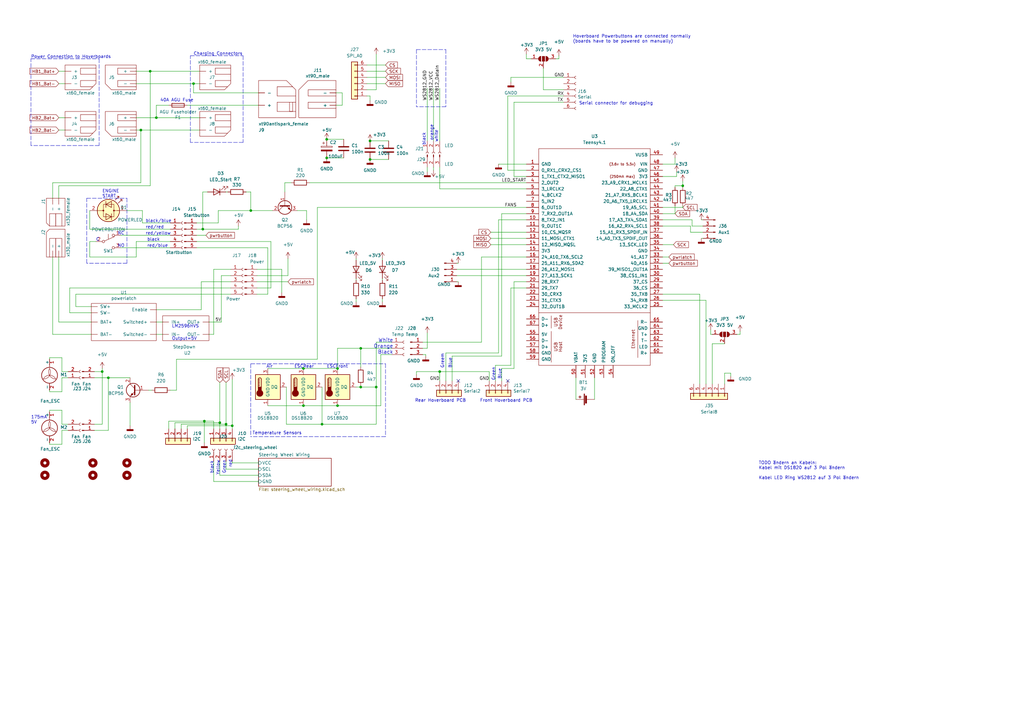
<source format=kicad_sch>
(kicad_sch (version 20211123) (generator eeschema)

  (uuid 00e38d63-5436-49db-81f5-697421f168fc)

  (paper "A3")

  

  (junction (at 57.785 53.34) (diameter 0) (color 0 0 0 0)
    (uuid 051b8cb0-ae77-4e09-98a7-bf2103319e66)
  )
  (junction (at 41.91 152.4) (diameter 0) (color 0 0 0 0)
    (uuid 08d3dd73-6f4c-4fc2-8e37-f281b85fe0d4)
  )
  (junction (at 92.71 173.99) (diameter 0) (color 0 0 0 0)
    (uuid 0b10b5dd-1068-4091-bac0-79652863a01e)
  )
  (junction (at 79.375 34.29) (diameter 0) (color 0 0 0 0)
    (uuid 123968c6-74e7-4754-8c36-08ea08e42555)
  )
  (junction (at 44.45 154.94) (diameter 0) (color 0 0 0 0)
    (uuid 17f40a5c-3441-49ae-8b83-88ce922d0e3d)
  )
  (junction (at 138.43 166.37) (diameter 0) (color 0 0 0 0)
    (uuid 1dcbe33f-cc83-406d-a028-85a460c31bac)
  )
  (junction (at 83.185 93.98) (diameter 0) (color 0 0 0 0)
    (uuid 2235841a-9c52-451a-9616-b84a520feeb5)
  )
  (junction (at 124.46 151.13) (diameter 0) (color 0 0 0 0)
    (uuid 242321c3-d992-4644-83b0-153f6d6ae855)
  )
  (junction (at 154.305 158.75) (diameter 0) (color 0 0 0 0)
    (uuid 30ff234b-df3a-42aa-bb37-f6ff7d49aec5)
  )
  (junction (at 180.34 152.4) (diameter 0) (color 0 0 0 0)
    (uuid 38f3170a-b54c-4011-af49-381b27b9e9bb)
  )
  (junction (at 151.765 57.785) (diameter 0) (color 0 0 0 0)
    (uuid 3a3e70b1-2cc8-4a66-89cd-35460ef8a407)
  )
  (junction (at 280.035 76.2) (diameter 0) (color 0 0 0 0)
    (uuid 40412e4d-fa67-404b-8675-fb145207776f)
  )
  (junction (at 133.985 64.77) (diameter 0) (color 0 0 0 0)
    (uuid 5096b250-cff0-4068-b724-0f0e0414784d)
  )
  (junction (at 147.955 142.875) (diameter 0) (color 0 0 0 0)
    (uuid 51826272-e64e-4c84-9c7b-b0f63fbb4416)
  )
  (junction (at 132.08 173.99) (diameter 0) (color 0 0 0 0)
    (uuid 64b3d048-4b62-4ef4-8a26-25f8e11cab31)
  )
  (junction (at 83.82 172.72) (diameter 0) (color 0 0 0 0)
    (uuid 69403c96-f918-448f-9931-0f743ebdeac3)
  )
  (junction (at 147.955 158.75) (diameter 0) (color 0 0 0 0)
    (uuid 6bbe664c-afc8-4a26-beda-656dd9cea5b8)
  )
  (junction (at 138.43 151.13) (diameter 0) (color 0 0 0 0)
    (uuid 6fb4cb96-e032-467f-b1ab-7c739561664d)
  )
  (junction (at 64.135 48.26) (diameter 0) (color 0 0 0 0)
    (uuid 79451892-db6b-4999-916d-6392174ee493)
  )
  (junction (at 133.985 57.15) (diameter 0) (color 0 0 0 0)
    (uuid 88d9f69e-d0e5-4bba-b2dc-36fd356eba4e)
  )
  (junction (at 102.87 86.36) (diameter 0) (color 0 0 0 0)
    (uuid 8e0c5536-8f0c-41c4-a920-c1fe2d0aeb28)
  )
  (junction (at 151.765 65.405) (diameter 0) (color 0 0 0 0)
    (uuid 9f171a87-ffde-46b1-b9bd-87ba6a6c823d)
  )
  (junction (at 95.25 174.625) (diameter 0) (color 0 0 0 0)
    (uuid ae42da24-02f4-42e7-8f2c-3c1c04118f9b)
  )
  (junction (at 90.17 173.355) (diameter 0) (color 0 0 0 0)
    (uuid e6bbf99a-2bfc-49bf-a0f1-56b03ff0b655)
  )
  (junction (at 124.46 166.37) (diameter 0) (color 0 0 0 0)
    (uuid efd22a7b-d2dc-4142-bf5e-6904cf5b3836)
  )
  (junction (at 61.595 29.21) (diameter 0) (color 0 0 0 0)
    (uuid fad4c712-0a2e-465d-a9f8-83d26bd66e37)
  )

  (no_connect (at 208.28 156.21) (uuid 57276367-9ce4-4738-88d7-6e8cb94c966c))
  (no_connect (at 187.96 156.21) (uuid 72b36951-3ec7-4569-9c88-cf9b4afe1cae))

  (wire (pts (xy 66.675 132.08) (xy 64.135 132.08))
    (stroke (width 0) (type default) (color 0 0 0 0))
    (uuid 009b5465-0a65-4237-93e7-eb65321eeb18)
  )
  (wire (pts (xy 209.55 118.11) (xy 215.9 118.11))
    (stroke (width 0) (type default) (color 0 0 0 0))
    (uuid 012449ca-e035-4431-bba7-b7e11af64b21)
  )
  (wire (pts (xy 57.785 53.34) (xy 57.785 74.93))
    (stroke (width 0) (type default) (color 0 0 0 0))
    (uuid 02538207-54a8-4266-8d51-23871852b2ff)
  )
  (wire (pts (xy 291.465 137.16) (xy 292.1 137.16))
    (stroke (width 0) (type default) (color 0 0 0 0))
    (uuid 0337e135-f3b5-4e41-85e1-fcc7d4d06ef3)
  )
  (wire (pts (xy 151.765 65.405) (xy 159.385 65.405))
    (stroke (width 0) (type default) (color 0 0 0 0))
    (uuid 046aff1b-63dd-4fa2-ad6b-a0c87f57f7dd)
  )
  (wire (pts (xy 140.335 43.18) (xy 137.795 43.18))
    (stroke (width 0) (type default) (color 0 0 0 0))
    (uuid 04cf2f2c-74bf-400d-b4f6-201720df00ed)
  )
  (wire (pts (xy 64.135 43.18) (xy 64.135 48.26))
    (stroke (width 0) (type default) (color 0 0 0 0))
    (uuid 083becc8-e25d-4206-9636-55457650bbe3)
  )
  (polyline (pts (xy 102.87 149.225) (xy 102.87 179.07))
    (stroke (width 0) (type default) (color 0 0 0 0))
    (uuid 09e06fde-36b0-4ab7-b996-d98c02ce3f76)
  )

  (wire (pts (xy 150.495 39.37) (xy 151.765 39.37))
    (stroke (width 0) (type default) (color 0 0 0 0))
    (uuid 09ec5a1f-8168-4109-a329-ef099cef6d16)
  )
  (wire (pts (xy 83.82 172.72) (xy 69.215 172.72))
    (stroke (width 0) (type default) (color 0 0 0 0))
    (uuid 0a177102-b386-476a-bb78-cfa41e5981d4)
  )
  (wire (pts (xy 133.985 64.77) (xy 140.97 64.77))
    (stroke (width 0) (type default) (color 0 0 0 0))
    (uuid 0a265115-6c7a-45ab-97a3-c695e3ee67d2)
  )
  (polyline (pts (xy 12.7 59.69) (xy 12.7 24.13))
    (stroke (width 0) (type default) (color 0 0 0 0))
    (uuid 0b4c0f05-c855-4742-bad2-dbf645d5842b)
  )

  (wire (pts (xy 283.21 95.25) (xy 288.29 95.25))
    (stroke (width 0) (type default) (color 0 0 0 0))
    (uuid 0b51c881-32e2-4df3-924d-4d6102a91729)
  )
  (wire (pts (xy 215.9 24.13) (xy 217.805 24.13))
    (stroke (width 0) (type default) (color 0 0 0 0))
    (uuid 0b759eb5-2b5d-497b-bde5-ba020c43a39d)
  )
  (wire (pts (xy 271.78 67.31) (xy 276.86 67.31))
    (stroke (width 0) (type default) (color 0 0 0 0))
    (uuid 0bf9b321-fb4d-49fd-9592-7ab5a99eb177)
  )
  (wire (pts (xy 90.17 156.845) (xy 90.17 173.355))
    (stroke (width 0) (type default) (color 0 0 0 0))
    (uuid 0cc9bf07-55b9-458f-b8aa-41b2f51fa940)
  )
  (wire (pts (xy 92.71 156.845) (xy 92.71 173.99))
    (stroke (width 0) (type default) (color 0 0 0 0))
    (uuid 0d5b0f48-7e11-42a1-aa49-31f1b69cb91d)
  )
  (wire (pts (xy 150.495 31.75) (xy 158.115 31.75))
    (stroke (width 0) (type default) (color 0 0 0 0))
    (uuid 0e78b584-2869-48ac-b293-95bd208efc94)
  )
  (wire (pts (xy 276.86 76.2) (xy 276.86 76.835))
    (stroke (width 0) (type default) (color 0 0 0 0))
    (uuid 0e95aa78-7bed-4b26-ac12-dbebf9e2b680)
  )
  (wire (pts (xy 31.115 120.65) (xy 31.115 125.73))
    (stroke (width 0) (type default) (color 0 0 0 0))
    (uuid 0f6a1023-ed00-4bd6-afef-ff227538c5e3)
  )
  (wire (pts (xy 177.8 36.195) (xy 177.8 57.785))
    (stroke (width 0) (type default) (color 0 0 0 0))
    (uuid 11274c77-8dea-42af-9338-4bcf2f325c89)
  )
  (wire (pts (xy 82.55 127) (xy 82.55 115.57))
    (stroke (width 0) (type default) (color 0 0 0 0))
    (uuid 1136c54b-6feb-40f7-ae6a-0f9521f82981)
  )
  (wire (pts (xy 37.465 125.73) (xy 31.115 125.73))
    (stroke (width 0) (type default) (color 0 0 0 0))
    (uuid 1199146e-a60b-416a-b503-e77d6d2892f9)
  )
  (wire (pts (xy 21.59 137.16) (xy 21.59 105.41))
    (stroke (width 0) (type default) (color 0 0 0 0))
    (uuid 12a24e86-2c38-4685-bba9-fff8dddb4cb0)
  )
  (wire (pts (xy 26.67 53.34) (xy 24.13 53.34))
    (stroke (width 0) (type default) (color 0 0 0 0))
    (uuid 12c8f4c9-cb79-4390-b96c-a717c693de17)
  )
  (wire (pts (xy 24.13 48.26) (xy 26.67 48.26))
    (stroke (width 0) (type default) (color 0 0 0 0))
    (uuid 12f8e43c-8f83-48d3-a9b5-5f3ebc0b6c43)
  )
  (wire (pts (xy 280.035 74.295) (xy 280.035 76.2))
    (stroke (width 0) (type default) (color 0 0 0 0))
    (uuid 13519fa0-f319-4568-9da1-27e7fc596e16)
  )
  (wire (pts (xy 156.21 145.415) (xy 160.655 145.415))
    (stroke (width 0) (type default) (color 0 0 0 0))
    (uuid 13786dec-2489-4053-b561-88e4a3312eb2)
  )
  (wire (pts (xy 20.32 146.685) (xy 25.4 146.685))
    (stroke (width 0) (type default) (color 0 0 0 0))
    (uuid 1542b558-bfe7-4e44-b051-52e954f089c4)
  )
  (polyline (pts (xy 158.115 179.07) (xy 102.87 179.07))
    (stroke (width 0) (type default) (color 0 0 0 0))
    (uuid 1570d25c-8719-49ce-9fd6-6144a7fe414f)
  )

  (wire (pts (xy 243.84 154.94) (xy 243.84 163.83))
    (stroke (width 0) (type default) (color 0 0 0 0))
    (uuid 171ac760-a511-466f-8910-fb69c68fa937)
  )
  (wire (pts (xy 61.595 29.21) (xy 61.595 76.2))
    (stroke (width 0) (type default) (color 0 0 0 0))
    (uuid 17ed3508-fa2e-4593-a799-bfd39a6cc14d)
  )
  (wire (pts (xy 127 74.93) (xy 215.9 74.93))
    (stroke (width 0) (type default) (color 0 0 0 0))
    (uuid 181e9518-7706-4189-a885-5e6e3aee3bb9)
  )
  (wire (pts (xy 83.185 93.98) (xy 83.185 78.74))
    (stroke (width 0) (type default) (color 0 0 0 0))
    (uuid 1df9a412-b56c-4e84-b38b-6a4bc05a97be)
  )
  (wire (pts (xy 38.735 173.99) (xy 41.91 173.99))
    (stroke (width 0) (type default) (color 0 0 0 0))
    (uuid 1e6a20ef-296c-4f96-9891-ff8455ce839d)
  )
  (wire (pts (xy 25.4 182.245) (xy 20.32 182.245))
    (stroke (width 0) (type default) (color 0 0 0 0))
    (uuid 1f97d1e3-c5f6-4344-9fb6-6c723b7697fa)
  )
  (polyline (pts (xy 52.07 81.28) (xy 52.07 107.95))
    (stroke (width 0) (type default) (color 0 0 0 0))
    (uuid 1fbb0219-551e-409b-a61b-76e8cebdfb9d)
  )

  (wire (pts (xy 154.305 140.335) (xy 154.305 158.75))
    (stroke (width 0) (type default) (color 0 0 0 0))
    (uuid 20c35e19-7499-4a32-968e-c106eec1aefe)
  )
  (wire (pts (xy 69.215 172.72) (xy 69.215 175.895))
    (stroke (width 0) (type default) (color 0 0 0 0))
    (uuid 25531609-ada1-438f-9524-2d6b2aacec2a)
  )
  (wire (pts (xy 20.32 168.275) (xy 25.4 168.275))
    (stroke (width 0) (type default) (color 0 0 0 0))
    (uuid 26301722-d82d-4669-b21f-04874a1fbca3)
  )
  (wire (pts (xy 146.05 106.045) (xy 146.05 106.68))
    (stroke (width 0) (type default) (color 0 0 0 0))
    (uuid 26a5e061-05bb-41a8-bc7a-df1564b11e90)
  )
  (wire (pts (xy 130.175 85.09) (xy 215.9 85.09))
    (stroke (width 0) (type default) (color 0 0 0 0))
    (uuid 2762442d-9432-4074-b79b-8eeab3eaf9a7)
  )
  (polyline (pts (xy 40.64 24.13) (xy 40.64 59.69))
    (stroke (width 0) (type default) (color 0 0 0 0))
    (uuid 282c8e53-3acc-42f0-a92a-6aa976b97a93)
  )

  (wire (pts (xy 137.795 38.1) (xy 140.335 38.1))
    (stroke (width 0) (type default) (color 0 0 0 0))
    (uuid 2878a73c-5447-4cd9-8194-14f52ab9459c)
  )
  (wire (pts (xy 89.535 86.36) (xy 102.87 86.36))
    (stroke (width 0) (type default) (color 0 0 0 0))
    (uuid 28e146f5-f85f-47b5-94b5-a67c33d23635)
  )
  (wire (pts (xy 154.305 36.83) (xy 150.495 36.83))
    (stroke (width 0) (type default) (color 0 0 0 0))
    (uuid 2ba9fb94-a1fa-486c-8933-fbe2803c354e)
  )
  (wire (pts (xy 109.855 166.37) (xy 124.46 166.37))
    (stroke (width 0) (type default) (color 0 0 0 0))
    (uuid 2c0237bf-a60c-4752-b240-a0ed4b05992b)
  )
  (wire (pts (xy 72.39 160.02) (xy 69.85 160.02))
    (stroke (width 0) (type default) (color 0 0 0 0))
    (uuid 2d84a257-2801-4282-83f8-8a08920949d3)
  )
  (wire (pts (xy 87.63 197.485) (xy 106.045 197.485))
    (stroke (width 0) (type default) (color 0 0 0 0))
    (uuid 2dedad72-81da-422a-b7ec-330645064577)
  )
  (wire (pts (xy 160.655 142.875) (xy 147.955 142.875))
    (stroke (width 0) (type default) (color 0 0 0 0))
    (uuid 2f50addc-928c-4435-b241-4bd66bfb0934)
  )
  (wire (pts (xy 55.88 99.06) (xy 55.88 105.41))
    (stroke (width 0) (type default) (color 0 0 0 0))
    (uuid 2fd044b6-377e-455f-89e0-f4f69a117f77)
  )
  (wire (pts (xy 154.305 22.225) (xy 154.305 36.83))
    (stroke (width 0) (type default) (color 0 0 0 0))
    (uuid 3017e6b7-2d49-4427-9dc1-83cc27ee24a4)
  )
  (wire (pts (xy 180.34 152.4) (xy 180.34 156.21))
    (stroke (width 0) (type default) (color 0 0 0 0))
    (uuid 30c33e3e-fb78-498d-bffe-76273d527004)
  )
  (wire (pts (xy 209.55 31.75) (xy 209.55 33.655))
    (stroke (width 0) (type default) (color 0 0 0 0))
    (uuid 322a7fce-26c4-4bb5-ba5a-1688f26585cf)
  )
  (wire (pts (xy 299.72 154.305) (xy 299.72 153.035))
    (stroke (width 0) (type default) (color 0 0 0 0))
    (uuid 32c7feaa-ff37-42f1-980c-fc6579887918)
  )
  (wire (pts (xy 20.32 168.91) (xy 20.32 168.275))
    (stroke (width 0) (type default) (color 0 0 0 0))
    (uuid 33072d10-86aa-4a72-9898-01c2c9b5842e)
  )
  (wire (pts (xy 154.305 173.99) (xy 154.305 158.75))
    (stroke (width 0) (type default) (color 0 0 0 0))
    (uuid 33aa439f-8f27-4c20-8909-3dc70d367c43)
  )
  (wire (pts (xy 138.43 166.37) (xy 156.21 166.37))
    (stroke (width 0) (type default) (color 0 0 0 0))
    (uuid 33e2f234-7e68-4c90-b3d3-06c043b0935f)
  )
  (wire (pts (xy 27.94 176.53) (xy 25.4 176.53))
    (stroke (width 0) (type default) (color 0 0 0 0))
    (uuid 34e399b2-48be-42f9-842e-e3b66c7c06bb)
  )
  (wire (pts (xy 209.55 149.86) (xy 203.2 149.86))
    (stroke (width 0) (type default) (color 0 0 0 0))
    (uuid 34eb38bf-2fc7-4a28-893e-3d3609a85d23)
  )
  (wire (pts (xy 41.91 151.13) (xy 41.91 152.4))
    (stroke (width 0) (type default) (color 0 0 0 0))
    (uuid 35a7735a-ee25-458f-bb48-cd448dcda5d3)
  )
  (wire (pts (xy 57.785 53.34) (xy 81.915 53.34))
    (stroke (width 0) (type default) (color 0 0 0 0))
    (uuid 35c09d1f-2914-4d1e-a002-df30af772f3b)
  )
  (wire (pts (xy 24.13 76.2) (xy 24.13 81.28))
    (stroke (width 0) (type default) (color 0 0 0 0))
    (uuid 35ef9c4a-35f6-467b-a704-b1d9354880cf)
  )
  (wire (pts (xy 205.74 156.21) (xy 205.74 151.13))
    (stroke (width 0) (type default) (color 0 0 0 0))
    (uuid 36ecbda1-f753-44e8-9b94-b54819f7ef15)
  )
  (polyline (pts (xy 182.88 43.815) (xy 170.815 43.815))
    (stroke (width 0) (type default) (color 0 0 0 0))
    (uuid 374316c4-15a5-4072-bc2a-06291d270741)
  )

  (wire (pts (xy 25.4 154.94) (xy 25.4 160.655))
    (stroke (width 0) (type default) (color 0 0 0 0))
    (uuid 39ae077c-5133-4896-9953-71244e980cb5)
  )
  (wire (pts (xy 160.655 140.335) (xy 154.305 140.335))
    (stroke (width 0) (type default) (color 0 0 0 0))
    (uuid 3aa28a58-d2d7-4f0a-91cb-81d577d309f4)
  )
  (wire (pts (xy 38.735 154.94) (xy 44.45 154.94))
    (stroke (width 0) (type default) (color 0 0 0 0))
    (uuid 3bc3df81-b30e-4a41-a38c-bca401c1fdb4)
  )
  (wire (pts (xy 94.615 120.65) (xy 31.115 120.65))
    (stroke (width 0) (type default) (color 0 0 0 0))
    (uuid 3bdb6e74-df98-4382-9a1e-8b7b42de8b63)
  )
  (wire (pts (xy 24.13 132.08) (xy 37.465 132.08))
    (stroke (width 0) (type default) (color 0 0 0 0))
    (uuid 3e0392c0-affc-4114-9de5-1f1cfe79418a)
  )
  (wire (pts (xy 76.835 43.18) (xy 106.045 43.18))
    (stroke (width 0) (type default) (color 0 0 0 0))
    (uuid 3e3d55c8-e0ea-48fb-8421-a84b7cb7055b)
  )
  (wire (pts (xy 95.25 189.865) (xy 106.045 189.865))
    (stroke (width 0) (type default) (color 0 0 0 0))
    (uuid 3e585ce6-ffe4-401c-995c-ba0fb6462563)
  )
  (wire (pts (xy 87.63 197.485) (xy 87.63 189.23))
    (stroke (width 0) (type default) (color 0 0 0 0))
    (uuid 4063c2e6-8261-47a4-afbb-00437840fe26)
  )
  (wire (pts (xy 292.1 140.97) (xy 297.18 140.97))
    (stroke (width 0) (type default) (color 0 0 0 0))
    (uuid 416b293b-f69f-4a4d-afb2-5ec85e49494d)
  )
  (wire (pts (xy 61.595 29.21) (xy 81.915 29.21))
    (stroke (width 0) (type default) (color 0 0 0 0))
    (uuid 422b10b9-e829-44a2-8808-05edd8cb3050)
  )
  (wire (pts (xy 92.71 173.99) (xy 74.295 173.99))
    (stroke (width 0) (type default) (color 0 0 0 0))
    (uuid 4254ab22-9d9b-4884-a1f8-0bb4242f8894)
  )
  (wire (pts (xy 276.86 67.31) (xy 276.86 64.77))
    (stroke (width 0) (type default) (color 0 0 0 0))
    (uuid 44a31d09-65ce-45e2-98f9-0649161b54b4)
  )
  (wire (pts (xy 180.34 77.47) (xy 215.9 77.47))
    (stroke (width 0) (type default) (color 0 0 0 0))
    (uuid 44dee830-40ed-4a00-8c4e-ba626f32dc1e)
  )
  (wire (pts (xy 283.21 92.71) (xy 283.21 95.25))
    (stroke (width 0) (type default) (color 0 0 0 0))
    (uuid 45905a48-b3b5-47ed-a573-716650e75790)
  )
  (wire (pts (xy 283.845 92.71) (xy 283.845 90.17))
    (stroke (width 0) (type default) (color 0 0 0 0))
    (uuid 45ed6802-3f39-415d-b1e0-8d537e6f3c33)
  )
  (wire (pts (xy 187.96 107.95) (xy 187.325 107.95))
    (stroke (width 0) (type default) (color 0 0 0 0))
    (uuid 469e3ced-fa71-45f7-a6a0-be05c61f7b6e)
  )
  (wire (pts (xy 25.4 168.275) (xy 25.4 173.99))
    (stroke (width 0) (type default) (color 0 0 0 0))
    (uuid 46fa1be4-d517-4eaf-a68b-dce661fc076c)
  )
  (wire (pts (xy 79.375 38.1) (xy 79.375 34.29))
    (stroke (width 0) (type default) (color 0 0 0 0))
    (uuid 475ed8b3-90bf-48cd-bce5-d8f48b689541)
  )
  (wire (pts (xy 156.845 114.3) (xy 156.845 114.935))
    (stroke (width 0) (type default) (color 0 0 0 0))
    (uuid 489dbc75-626f-4f7d-a79e-4718b12503a5)
  )
  (polyline (pts (xy 102.87 149.225) (xy 158.115 149.225))
    (stroke (width 0) (type default) (color 0 0 0 0))
    (uuid 48e63767-c45b-4543-b818-8f00f0600bf9)
  )

  (wire (pts (xy 205.74 146.05) (xy 205.74 87.63))
    (stroke (width 0) (type default) (color 0 0 0 0))
    (uuid 49df14a4-9231-4e0c-8be6-325780f5026d)
  )
  (wire (pts (xy 133.985 57.15) (xy 140.97 57.15))
    (stroke (width 0) (type default) (color 0 0 0 0))
    (uuid 49efe05d-ee93-4a15-b852-734325ebf0af)
  )
  (wire (pts (xy 89.535 91.44) (xy 89.535 86.36))
    (stroke (width 0) (type default) (color 0 0 0 0))
    (uuid 4abd83b2-2075-4fec-a627-5a1558b56d3f)
  )
  (wire (pts (xy 185.42 156.21) (xy 185.42 146.05))
    (stroke (width 0) (type default) (color 0 0 0 0))
    (uuid 4c843bdb-6c9e-40dd-85e2-0567846e18ba)
  )
  (wire (pts (xy 175.26 136.525) (xy 175.26 142.875))
    (stroke (width 0) (type default) (color 0 0 0 0))
    (uuid 4cd66851-08f4-4acb-9fff-9781de2b31d6)
  )
  (wire (pts (xy 138.43 142.875) (xy 138.43 151.13))
    (stroke (width 0) (type default) (color 0 0 0 0))
    (uuid 4f7c7ee0-aecc-4a3e-93eb-625bf8325b8f)
  )
  (wire (pts (xy 83.185 93.98) (xy 97.79 93.98))
    (stroke (width 0) (type default) (color 0 0 0 0))
    (uuid 50208326-4c3d-4fc0-b1bc-7c7f78e47333)
  )
  (wire (pts (xy 90.17 173.355) (xy 90.17 175.895))
    (stroke (width 0) (type default) (color 0 0 0 0))
    (uuid 50511df0-cbe7-4439-9e9c-f26e04b637db)
  )
  (wire (pts (xy 303.53 135.89) (xy 303.53 137.16))
    (stroke (width 0) (type default) (color 0 0 0 0))
    (uuid 51cd4b7a-f1e2-47b7-89da-e68317a010af)
  )
  (wire (pts (xy 271.78 100.33) (xy 276.225 100.33))
    (stroke (width 0) (type default) (color 0 0 0 0))
    (uuid 52703b70-40ed-4524-896c-4f29b49e5f4c)
  )
  (wire (pts (xy 36.83 93.98) (xy 36.83 86.36))
    (stroke (width 0) (type default) (color 0 0 0 0))
    (uuid 53e34696-241f-47e5-a477-f469335c8a61)
  )
  (wire (pts (xy 58.42 91.44) (xy 69.85 91.44))
    (stroke (width 0) (type default) (color 0 0 0 0))
    (uuid 547eeec1-a95c-431b-95a4-2ff936d52170)
  )
  (wire (pts (xy 119.38 74.93) (xy 116.84 74.93))
    (stroke (width 0) (type default) (color 0 0 0 0))
    (uuid 54dfed87-fbe5-47ab-b620-2d6ba5ea0bcb)
  )
  (wire (pts (xy 147.955 142.875) (xy 147.955 150.495))
    (stroke (width 0) (type default) (color 0 0 0 0))
    (uuid 55612800-7186-4844-8635-2f2dadf3eaf1)
  )
  (wire (pts (xy 87.63 172.72) (xy 83.82 172.72))
    (stroke (width 0) (type default) (color 0 0 0 0))
    (uuid 55c7ef39-b251-4a11-94d4-60a109929c6f)
  )
  (wire (pts (xy 271.78 120.65) (xy 287.02 120.65))
    (stroke (width 0) (type default) (color 0 0 0 0))
    (uuid 562f5eba-e575-42fa-917e-5433ec2c0cbc)
  )
  (wire (pts (xy 105.41 118.11) (xy 111.125 118.11))
    (stroke (width 0) (type default) (color 0 0 0 0))
    (uuid 56e486f5-556e-4d8e-a75a-487ed98d2e59)
  )
  (wire (pts (xy 147.955 158.75) (xy 147.955 158.115))
    (stroke (width 0) (type default) (color 0 0 0 0))
    (uuid 58c209f0-2b9e-4f7d-aa27-5cf3bc9ef328)
  )
  (wire (pts (xy 200.66 152.4) (xy 200.66 156.21))
    (stroke (width 0) (type default) (color 0 0 0 0))
    (uuid 58d71c09-ba53-43d7-9fc9-7054806963d2)
  )
  (wire (pts (xy 177.8 68.58) (xy 177.8 69.85))
    (stroke (width 0) (type default) (color 0 0 0 0))
    (uuid 58dfd4b5-1213-4f4d-8f38-79c6f352f825)
  )
  (wire (pts (xy 36.83 99.06) (xy 36.83 105.41))
    (stroke (width 0) (type default) (color 0 0 0 0))
    (uuid 58e8a243-dbf1-46ec-a9ca-62db6c046a4b)
  )
  (polyline (pts (xy 182.88 20.32) (xy 182.88 43.815))
    (stroke (width 0) (type default) (color 0 0 0 0))
    (uuid 59066bb7-c104-449a-a331-bd2de5193eeb)
  )

  (wire (pts (xy 94.615 118.11) (xy 28.575 118.11))
    (stroke (width 0) (type default) (color 0 0 0 0))
    (uuid 5a040418-8644-4cf8-9de0-ba3624649e9e)
  )
  (wire (pts (xy 116.84 74.93) (xy 116.84 78.74))
    (stroke (width 0) (type default) (color 0 0 0 0))
    (uuid 5a1c01fb-cf82-4e17-9a62-00e0a3adba47)
  )
  (wire (pts (xy 94.615 113.03) (xy 90.805 113.03))
    (stroke (width 0) (type default) (color 0 0 0 0))
    (uuid 5b15d041-2d51-4c90-8164-397806011835)
  )
  (wire (pts (xy 187.96 115.57) (xy 187.325 115.57))
    (stroke (width 0) (type default) (color 0 0 0 0))
    (uuid 5b7729b0-f65f-4a87-acb8-ccc12b4f51f9)
  )
  (wire (pts (xy 95.25 174.625) (xy 95.25 175.895))
    (stroke (width 0) (type default) (color 0 0 0 0))
    (uuid 5c3c20ac-7d6a-4a6a-8d79-b176608d957f)
  )
  (wire (pts (xy 146.05 158.75) (xy 147.955 158.75))
    (stroke (width 0) (type default) (color 0 0 0 0))
    (uuid 5d0d6a13-8484-4646-bacd-2fbc9cb5413d)
  )
  (wire (pts (xy 76.835 175.895) (xy 76.835 174.625))
    (stroke (width 0) (type default) (color 0 0 0 0))
    (uuid 5dba2df1-c0a7-451c-ad63-7260d7b1f5a8)
  )
  (wire (pts (xy 55.88 29.21) (xy 61.595 29.21))
    (stroke (width 0) (type default) (color 0 0 0 0))
    (uuid 5f312b85-6822-40a3-b417-2df49696ca2d)
  )
  (wire (pts (xy 24.13 29.21) (xy 26.67 29.21))
    (stroke (width 0) (type default) (color 0 0 0 0))
    (uuid 5f38bdb2-3657-474e-8e86-d6bb0b298110)
  )
  (wire (pts (xy 117.475 173.99) (xy 132.08 173.99))
    (stroke (width 0) (type default) (color 0 0 0 0))
    (uuid 5fffc123-8d12-4fe8-9d11-1182bb078146)
  )
  (wire (pts (xy 74.295 173.99) (xy 74.295 175.895))
    (stroke (width 0) (type default) (color 0 0 0 0))
    (uuid 6064ea35-013e-4b86-a6c4-39586d23a64c)
  )
  (wire (pts (xy 209.55 31.75) (xy 231.14 31.75))
    (stroke (width 0) (type default) (color 0 0 0 0))
    (uuid 6202b522-e646-49af-83e4-b5d7844d80bd)
  )
  (wire (pts (xy 25.4 146.685) (xy 25.4 152.4))
    (stroke (width 0) (type default) (color 0 0 0 0))
    (uuid 62880b37-7f4d-4027-be35-87ea11b9bfce)
  )
  (wire (pts (xy 115.57 120.015) (xy 115.57 110.49))
    (stroke (width 0) (type default) (color 0 0 0 0))
    (uuid 62a6d334-f451-48c1-bbb3-2e2aacab4352)
  )
  (wire (pts (xy 25.4 173.99) (xy 27.94 173.99))
    (stroke (width 0) (type default) (color 0 0 0 0))
    (uuid 62c26a31-4bf5-4a49-846e-2a9deae7bdd9)
  )
  (wire (pts (xy 208.28 69.85) (xy 208.28 39.37))
    (stroke (width 0) (type default) (color 0 0 0 0))
    (uuid 63884a0c-3153-4b16-b576-b3d0570549ad)
  )
  (wire (pts (xy 130.175 85.09) (xy 130.175 147.32))
    (stroke (width 0) (type default) (color 0 0 0 0))
    (uuid 649506bc-e737-4d40-826c-c9ae6cf7999f)
  )
  (wire (pts (xy 204.47 90.17) (xy 204.47 144.78))
    (stroke (width 0) (type default) (color 0 0 0 0))
    (uuid 64a82c13-23a0-425e-9d2f-c51801b5f76e)
  )
  (wire (pts (xy 37.465 137.16) (xy 21.59 137.16))
    (stroke (width 0) (type default) (color 0 0 0 0))
    (uuid 6513181c-0a6a-4560-9a18-17450c36ae2a)
  )
  (wire (pts (xy 38.735 176.53) (xy 44.45 176.53))
    (stroke (width 0) (type default) (color 0 0 0 0))
    (uuid 655a4dd6-df89-48f2-a803-643990d058bd)
  )
  (wire (pts (xy 208.28 39.37) (xy 231.14 39.37))
    (stroke (width 0) (type default) (color 0 0 0 0))
    (uuid 65b9a046-bb8f-42cd-b846-d3362b0ef51f)
  )
  (wire (pts (xy 83.185 78.74) (xy 85.09 78.74))
    (stroke (width 0) (type default) (color 0 0 0 0))
    (uuid 663cc588-2ea2-4d16-b91f-ff54db2ba726)
  )
  (wire (pts (xy 170.815 152.4) (xy 180.34 152.4))
    (stroke (width 0) (type default) (color 0 0 0 0))
    (uuid 68422ffc-83e4-42e5-b1dc-f3b10be98daf)
  )
  (polyline (pts (xy 170.815 20.32) (xy 182.88 20.32))
    (stroke (width 0) (type default) (color 0 0 0 0))
    (uuid 6994715a-fbff-431c-b736-e87cb0a095c3)
  )

  (wire (pts (xy 187.325 113.03) (xy 215.9 113.03))
    (stroke (width 0) (type default) (color 0 0 0 0))
    (uuid 6ac108b8-87ca-4878-86f3-b3931e823252)
  )
  (wire (pts (xy 151.765 39.37) (xy 151.765 41.275))
    (stroke (width 0) (type default) (color 0 0 0 0))
    (uuid 6bb2c937-e8ff-43d0-9b06-456594eb25e9)
  )
  (wire (pts (xy 36.83 99.06) (xy 39.37 99.06))
    (stroke (width 0) (type default) (color 0 0 0 0))
    (uuid 6bd115d6-07e0-45db-8f2e-3cbb0429104f)
  )
  (wire (pts (xy 125.73 86.36) (xy 125.73 90.17))
    (stroke (width 0) (type default) (color 0 0 0 0))
    (uuid 6cb93665-0bcd-4104-8633-fffd1811eee0)
  )
  (wire (pts (xy 204.47 67.31) (xy 215.9 67.31))
    (stroke (width 0) (type default) (color 0 0 0 0))
    (uuid 6d660d44-2237-493b-a881-7e0ebb385c2c)
  )
  (wire (pts (xy 115.57 110.49) (xy 105.41 110.49))
    (stroke (width 0) (type default) (color 0 0 0 0))
    (uuid 6fb78646-375d-4e04-bdf3-192bdf9fa3e4)
  )
  (wire (pts (xy 182.88 156.21) (xy 182.88 144.78))
    (stroke (width 0) (type default) (color 0 0 0 0))
    (uuid 6ffdf05e-e119-49f9-85e9-13e4901df42a)
  )
  (wire (pts (xy 20.32 160.655) (xy 20.32 160.02))
    (stroke (width 0) (type default) (color 0 0 0 0))
    (uuid 707520b4-cacf-45dc-bb64-b15608f9208f)
  )
  (wire (pts (xy 38.735 152.4) (xy 41.91 152.4))
    (stroke (width 0) (type default) (color 0 0 0 0))
    (uuid 716ce140-e601-44e8-935e-856b42be6077)
  )
  (wire (pts (xy 280.035 76.2) (xy 276.86 76.2))
    (stroke (width 0) (type default) (color 0 0 0 0))
    (uuid 719e9152-e8ec-4038-bff3-e10dc6873da6)
  )
  (wire (pts (xy 69.215 43.18) (xy 64.135 43.18))
    (stroke (width 0) (type default) (color 0 0 0 0))
    (uuid 725cdf26-4b92-46db-bca9-10d930002dda)
  )
  (wire (pts (xy 80.645 101.6) (xy 109.855 101.6))
    (stroke (width 0) (type default) (color 0 0 0 0))
    (uuid 72c5b5dc-7d0c-4e1d-aa45-7f2d6eeb3e27)
  )
  (wire (pts (xy 95.25 189.865) (xy 95.25 189.23))
    (stroke (width 0) (type default) (color 0 0 0 0))
    (uuid 72c703a9-f76e-4ccd-a5d4-19a0d1bf59d1)
  )
  (wire (pts (xy 117.475 158.75) (xy 117.475 173.99))
    (stroke (width 0) (type default) (color 0 0 0 0))
    (uuid 743de486-ba09-4c49-9dff-9a92fef55316)
  )
  (wire (pts (xy 271.78 123.19) (xy 289.56 123.19))
    (stroke (width 0) (type default) (color 0 0 0 0))
    (uuid 7501aef6-0880-4f4f-9852-dee6a9141968)
  )
  (wire (pts (xy 277.495 72.39) (xy 277.495 70.485))
    (stroke (width 0) (type default) (color 0 0 0 0))
    (uuid 76be6751-4c3d-40e9-9d65-cc3fe679deae)
  )
  (wire (pts (xy 132.08 158.75) (xy 132.08 173.99))
    (stroke (width 0) (type default) (color 0 0 0 0))
    (uuid 76dfc600-0790-43a0-9bc4-d0e98f5de9c1)
  )
  (wire (pts (xy 20.32 160.655) (xy 25.4 160.655))
    (stroke (width 0) (type default) (color 0 0 0 0))
    (uuid 782ab777-440f-4045-a4c0-f73ddee70716)
  )
  (wire (pts (xy 118.11 113.03) (xy 105.41 113.03))
    (stroke (width 0) (type default) (color 0 0 0 0))
    (uuid 78fc26a2-c6aa-4020-b71c-d7cbb33d50cf)
  )
  (wire (pts (xy 303.53 137.16) (xy 302.26 137.16))
    (stroke (width 0) (type default) (color 0 0 0 0))
    (uuid 7a7681c1-80a0-4782-a422-ecbc063d0c5c)
  )
  (wire (pts (xy 64.135 48.26) (xy 81.915 48.26))
    (stroke (width 0) (type default) (color 0 0 0 0))
    (uuid 7acd513a-187b-4936-9f93-2e521ce33ad5)
  )
  (polyline (pts (xy 52.07 107.95) (xy 35.56 107.95))
    (stroke (width 0) (type default) (color 0 0 0 0))
    (uuid 7bfba61b-6752-4a45-9ee6-5984dcb15041)
  )

  (wire (pts (xy 299.72 153.035) (xy 297.18 153.035))
    (stroke (width 0) (type default) (color 0 0 0 0))
    (uuid 7c7082a1-77a0-438a-ab59-503be5a4e701)
  )
  (wire (pts (xy 82.55 115.57) (xy 94.615 115.57))
    (stroke (width 0) (type default) (color 0 0 0 0))
    (uuid 7dfa12dd-0cd0-4759-964c-4ba3aef8bb58)
  )
  (wire (pts (xy 175.26 68.58) (xy 175.26 70.485))
    (stroke (width 0) (type default) (color 0 0 0 0))
    (uuid 7f1579b0-7b58-4eea-a427-d38d2582d3aa)
  )
  (wire (pts (xy 60.96 160.02) (xy 62.23 160.02))
    (stroke (width 0) (type default) (color 0 0 0 0))
    (uuid 7f664a3c-9748-45a7-a189-4712ada62fe7)
  )
  (wire (pts (xy 174.625 145.415) (xy 174.625 146.05))
    (stroke (width 0) (type default) (color 0 0 0 0))
    (uuid 805ad2cb-4a29-45da-a322-1f9825134f56)
  )
  (wire (pts (xy 151.765 57.785) (xy 159.385 57.785))
    (stroke (width 0) (type default) (color 0 0 0 0))
    (uuid 80d27706-07bd-45c6-badc-c478b2600e5a)
  )
  (wire (pts (xy 173.355 140.335) (xy 197.485 140.335))
    (stroke (width 0) (type default) (color 0 0 0 0))
    (uuid 822405be-3a6f-4435-9cbf-0c4328ff31ec)
  )
  (wire (pts (xy 90.805 113.03) (xy 90.805 132.08))
    (stroke (width 0) (type default) (color 0 0 0 0))
    (uuid 823c34d4-e27b-470a-9b98-977c836aa764)
  )
  (polyline (pts (xy 40.64 59.69) (xy 12.7 59.69))
    (stroke (width 0) (type default) (color 0 0 0 0))
    (uuid 83c5181e-f5ee-453c-ae5c-d7256ba8837d)
  )

  (wire (pts (xy 215.9 24.13) (xy 215.9 22.225))
    (stroke (width 0) (type default) (color 0 0 0 0))
    (uuid 85397c49-60fc-4fe1-a5a2-91b58f38b021)
  )
  (wire (pts (xy 271.78 107.95) (xy 274.32 107.95))
    (stroke (width 0) (type default) (color 0 0 0 0))
    (uuid 863f53ac-404a-46ef-9a80-899a7163947f)
  )
  (wire (pts (xy 105.41 115.57) (xy 118.11 115.57))
    (stroke (width 0) (type default) (color 0 0 0 0))
    (uuid 876a971d-a619-4c29-9c92-451633658845)
  )
  (wire (pts (xy 53.34 165.1) (xy 53.34 174.625))
    (stroke (width 0) (type default) (color 0 0 0 0))
    (uuid 885d043f-b4c9-4eb2-820d-d417cb4bc866)
  )
  (polyline (pts (xy 78.105 22.86) (xy 99.695 22.86))
    (stroke (width 0) (type default) (color 0 0 0 0))
    (uuid 888fd7cb-2fc6-480c-bcfa-0b71303087d3)
  )

  (wire (pts (xy 71.755 173.355) (xy 90.17 173.355))
    (stroke (width 0) (type default) (color 0 0 0 0))
    (uuid 89607785-50a6-412e-9773-1e085f5b77fa)
  )
  (wire (pts (xy 36.83 93.98) (xy 69.85 93.98))
    (stroke (width 0) (type default) (color 0 0 0 0))
    (uuid 8aeae536-fd36-430e-be47-1a856eced2fc)
  )
  (wire (pts (xy 87.63 110.49) (xy 94.615 110.49))
    (stroke (width 0) (type default) (color 0 0 0 0))
    (uuid 8b61a8d2-0056-4f41-829d-4d87fa944b28)
  )
  (wire (pts (xy 28.575 118.11) (xy 28.575 128.27))
    (stroke (width 0) (type default) (color 0 0 0 0))
    (uuid 8b99dc7a-2e02-445b-a6cf-b55663646f65)
  )
  (wire (pts (xy 20.32 182.245) (xy 20.32 181.61))
    (stroke (width 0) (type default) (color 0 0 0 0))
    (uuid 8ba5a9f6-538a-40bf-9f77-39b12aa2f0db)
  )
  (wire (pts (xy 71.755 175.895) (xy 71.755 173.355))
    (stroke (width 0) (type default) (color 0 0 0 0))
    (uuid 8d023456-8ad9-4f7e-897d-e73ffdb4933e)
  )
  (wire (pts (xy 55.88 48.26) (xy 64.135 48.26))
    (stroke (width 0) (type default) (color 0 0 0 0))
    (uuid 8e295ed4-82cb-4d9f-8888-7ad2dd4d5129)
  )
  (wire (pts (xy 201.295 100.33) (xy 215.9 100.33))
    (stroke (width 0) (type default) (color 0 0 0 0))
    (uuid 8fc70b4f-097d-4e7c-884a-480aee6a97f2)
  )
  (wire (pts (xy 90.17 194.945) (xy 90.17 189.23))
    (stroke (width 0) (type default) (color 0 0 0 0))
    (uuid 9003502a-4f22-4d6b-8dad-6d2841ec098a)
  )
  (wire (pts (xy 222.885 27.94) (xy 222.885 36.83))
    (stroke (width 0) (type default) (color 0 0 0 0))
    (uuid 90e4b67e-0a6e-42bc-93bf-45939b80c9b6)
  )
  (wire (pts (xy 124.46 166.37) (xy 138.43 166.37))
    (stroke (width 0) (type default) (color 0 0 0 0))
    (uuid 934617ba-f1d2-4fc0-b39f-da9adea05461)
  )
  (wire (pts (xy 118.11 106.045) (xy 118.11 113.03))
    (stroke (width 0) (type default) (color 0 0 0 0))
    (uuid 940380cb-8cf9-45b8-b600-7d8ce8a785d6)
  )
  (wire (pts (xy 140.335 38.1) (xy 140.335 43.18))
    (stroke (width 0) (type default) (color 0 0 0 0))
    (uuid 955cc99e-a129-42cf-abc7-aa99813fdb5f)
  )
  (wire (pts (xy 156.845 122.555) (xy 156.845 123.825))
    (stroke (width 0) (type default) (color 0 0 0 0))
    (uuid 957e24b2-957a-4613-8205-73cc52b7059b)
  )
  (wire (pts (xy 229.235 22.86) (xy 229.235 24.13))
    (stroke (width 0) (type default) (color 0 0 0 0))
    (uuid 95e06b65-459a-4ab7-a258-2019fd7c750c)
  )
  (wire (pts (xy 180.34 57.785) (xy 180.34 36.195))
    (stroke (width 0) (type default) (color 0 0 0 0))
    (uuid 962cc689-6c3f-4789-be43-adc84250ba02)
  )
  (wire (pts (xy 55.88 99.06) (xy 69.85 99.06))
    (stroke (width 0) (type default) (color 0 0 0 0))
    (uuid 973c2694-75a7-49b1-b02c-677cd56f102c)
  )
  (wire (pts (xy 21.59 74.93) (xy 57.785 74.93))
    (stroke (width 0) (type default) (color 0 0 0 0))
    (uuid 974c48bf-534e-4335-98e1-b0426c783e99)
  )
  (wire (pts (xy 204.47 90.17) (xy 215.9 90.17))
    (stroke (width 0) (type default) (color 0 0 0 0))
    (uuid 97d4bd7c-6643-4603-b3c2-b1bae286a23d)
  )
  (wire (pts (xy 64.135 127) (xy 82.55 127))
    (stroke (width 0) (type default) (color 0 0 0 0))
    (uuid 98b00c9d-9188-4bce-aa70-92d12dd9cf82)
  )
  (wire (pts (xy 92.71 192.405) (xy 106.045 192.405))
    (stroke (width 0) (type default) (color 0 0 0 0))
    (uuid 98c9f3be-ac61-41f9-8638-0273964c52ba)
  )
  (wire (pts (xy 55.88 53.34) (xy 57.785 53.34))
    (stroke (width 0) (type default) (color 0 0 0 0))
    (uuid 99186658-0361-40ba-ae93-62f23c5622e6)
  )
  (polyline (pts (xy 35.56 81.28) (xy 52.07 81.28))
    (stroke (width 0) (type default) (color 0 0 0 0))
    (uuid 99332785-d9f1-4363-9377-26ddc18e6d2c)
  )

  (wire (pts (xy 204.47 144.78) (xy 182.88 144.78))
    (stroke (width 0) (type default) (color 0 0 0 0))
    (uuid 99837fd0-a0a4-4343-8445-986091adde32)
  )
  (wire (pts (xy 97.79 93.98) (xy 97.79 92.71))
    (stroke (width 0) (type default) (color 0 0 0 0))
    (uuid 9992e006-0501-402a-9275-a5a0d8af71f1)
  )
  (polyline (pts (xy 35.56 107.95) (xy 35.56 81.28))
    (stroke (width 0) (type default) (color 0 0 0 0))
    (uuid 99dfa524-0366-4808-b4e8-328fc38e8656)
  )

  (wire (pts (xy 185.42 146.05) (xy 205.74 146.05))
    (stroke (width 0) (type default) (color 0 0 0 0))
    (uuid 9a970ac1-63cf-40d6-bc9a-be6411b01438)
  )
  (wire (pts (xy 201.295 97.79) (xy 215.9 97.79))
    (stroke (width 0) (type default) (color 0 0 0 0))
    (uuid 9bd0c4e4-40be-4a0c-9264-b93d771e6713)
  )
  (wire (pts (xy 287.655 90.17) (xy 288.29 90.17))
    (stroke (width 0) (type default) (color 0 0 0 0))
    (uuid 9dbe7454-256d-40a9-a303-9e9f6a7b5591)
  )
  (wire (pts (xy 20.32 147.32) (xy 20.32 146.685))
    (stroke (width 0) (type default) (color 0 0 0 0))
    (uuid 9ed2e82a-459f-49e0-a3a3-7e6e749f942c)
  )
  (wire (pts (xy 72.39 147.32) (xy 72.39 160.02))
    (stroke (width 0) (type default) (color 0 0 0 0))
    (uuid a1d929f8-3a0d-4870-a15e-1c1a86c261e8)
  )
  (wire (pts (xy 271.78 87.63) (xy 276.86 87.63))
    (stroke (width 0) (type default) (color 0 0 0 0))
    (uuid a25905ad-1f60-4f19-8afe-c32cc732ab85)
  )
  (wire (pts (xy 291.465 137.16) (xy 291.465 135.255))
    (stroke (width 0) (type default) (color 0 0 0 0))
    (uuid a298c38e-6846-4ae6-86ea-56836208bfc9)
  )
  (polyline (pts (xy 99.695 22.86) (xy 99.695 58.42))
    (stroke (width 0) (type default) (color 0 0 0 0))
    (uuid a92f3b72-ed6d-4d99-9da6-35771bec3c77)
  )

  (wire (pts (xy 76.835 174.625) (xy 95.25 174.625))
    (stroke (width 0) (type default) (color 0 0 0 0))
    (uuid a9ca165e-67b7-4a4f-a54c-ac2675edd3b2)
  )
  (wire (pts (xy 66.675 137.16) (xy 64.135 137.16))
    (stroke (width 0) (type default) (color 0 0 0 0))
    (uuid aa130053-a451-4f12-97f7-3d4d891a5f83)
  )
  (polyline (pts (xy 99.695 58.42) (xy 78.105 58.42))
    (stroke (width 0) (type default) (color 0 0 0 0))
    (uuid aa1c6f47-cbd4-4cbd-8265-e5ac08b7ffc8)
  )

  (wire (pts (xy 150.495 26.67) (xy 158.115 26.67))
    (stroke (width 0) (type default) (color 0 0 0 0))
    (uuid ab0f8664-d5a3-4b53-8cc3-378b631c9ad2)
  )
  (wire (pts (xy 205.74 151.13) (xy 210.82 151.13))
    (stroke (width 0) (type default) (color 0 0 0 0))
    (uuid ab3e774c-f756-4eab-91e4-0fb38bf6548e)
  )
  (wire (pts (xy 44.45 176.53) (xy 44.45 154.94))
    (stroke (width 0) (type default) (color 0 0 0 0))
    (uuid ab9204f6-3305-4fe4-b4ac-f575a6713586)
  )
  (wire (pts (xy 92.71 189.23) (xy 92.71 192.405))
    (stroke (width 0) (type default) (color 0 0 0 0))
    (uuid ad02ce9d-52f6-4a93-a2ca-26261822f8a6)
  )
  (wire (pts (xy 28.575 128.27) (xy 37.465 128.27))
    (stroke (width 0) (type default) (color 0 0 0 0))
    (uuid adefd5fd-1346-4fc3-a57d-6354539839d7)
  )
  (wire (pts (xy 271.78 72.39) (xy 277.495 72.39))
    (stroke (width 0) (type default) (color 0 0 0 0))
    (uuid ae5d5523-805c-48bb-b5ad-4ef1f6c5b85b)
  )
  (wire (pts (xy 209.55 118.11) (xy 209.55 149.86))
    (stroke (width 0) (type default) (color 0 0 0 0))
    (uuid aef26e6f-af89-4921-94c7-a47b7e960999)
  )
  (wire (pts (xy 197.485 105.41) (xy 215.9 105.41))
    (stroke (width 0) (type default) (color 0 0 0 0))
    (uuid af9d3720-548f-491f-8cbb-28198edb8e84)
  )
  (wire (pts (xy 41.91 152.4) (xy 41.91 173.99))
    (stroke (width 0) (type default) (color 0 0 0 0))
    (uuid b0660e11-ddb6-4a62-be7e-ad208b979ad4)
  )
  (wire (pts (xy 170.815 152.4) (xy 170.815 153.67))
    (stroke (width 0) (type default) (color 0 0 0 0))
    (uuid b0662d8d-790a-4837-b04c-d8dff48e41b3)
  )
  (wire (pts (xy 150.495 29.21) (xy 158.115 29.21))
    (stroke (width 0) (type default) (color 0 0 0 0))
    (uuid b16abbd0-e4cb-40d4-98e5-66d17adc4be4)
  )
  (wire (pts (xy 80.645 91.44) (xy 89.535 91.44))
    (stroke (width 0) (type default) (color 0 0 0 0))
    (uuid b1eb6044-90f9-45c4-bcd7-fc6d92ca931d)
  )
  (wire (pts (xy 205.74 87.63) (xy 215.9 87.63))
    (stroke (width 0) (type default) (color 0 0 0 0))
    (uuid b23a90d7-0eef-4634-bff4-9b03893fd177)
  )
  (wire (pts (xy 210.82 41.91) (xy 210.82 72.39))
    (stroke (width 0) (type default) (color 0 0 0 0))
    (uuid b2c14d5a-b0fd-41f3-b660-f8ce92051c01)
  )
  (wire (pts (xy 146.05 122.555) (xy 146.05 123.825))
    (stroke (width 0) (type default) (color 0 0 0 0))
    (uuid b3498b90-19d1-4b63-8749-26e7bf0b1250)
  )
  (wire (pts (xy 90.17 194.945) (xy 106.045 194.945))
    (stroke (width 0) (type default) (color 0 0 0 0))
    (uuid b53b4613-8da0-4af1-8943-71affd67a801)
  )
  (wire (pts (xy 27.94 154.94) (xy 25.4 154.94))
    (stroke (width 0) (type default) (color 0 0 0 0))
    (uuid b571e1d8-c5c1-48ac-a7e3-34664a01c974)
  )
  (wire (pts (xy 25.4 176.53) (xy 25.4 182.245))
    (stroke (width 0) (type default) (color 0 0 0 0))
    (uuid b5832e4b-a173-48c4-82da-e9ad0e071629)
  )
  (wire (pts (xy 280.035 76.2) (xy 280.035 76.835))
    (stroke (width 0) (type default) (color 0 0 0 0))
    (uuid b67e1b48-8c27-4c21-990d-f9ebbc1e0597)
  )
  (wire (pts (xy 80.645 93.98) (xy 83.185 93.98))
    (stroke (width 0) (type default) (color 0 0 0 0))
    (uuid b7e38b71-6d85-4ad8-86ce-f4ab1ba6f773)
  )
  (wire (pts (xy 210.82 115.57) (xy 210.82 151.13))
    (stroke (width 0) (type default) (color 0 0 0 0))
    (uuid b8050320-f0d7-403a-a922-edd34977ea78)
  )
  (wire (pts (xy 271.78 92.71) (xy 283.21 92.71))
    (stroke (width 0) (type default) (color 0 0 0 0))
    (uuid b917b0c8-3823-48b8-98b8-1c837612a10b)
  )
  (wire (pts (xy 156.21 166.37) (xy 156.21 145.415))
    (stroke (width 0) (type default) (color 0 0 0 0))
    (uuid b928e2b5-5098-438e-85fc-c41bb04cf4c8)
  )
  (wire (pts (xy 130.175 147.32) (xy 72.39 147.32))
    (stroke (width 0) (type default) (color 0 0 0 0))
    (uuid b9a83e65-82a0-4c2a-b56b-bce5009d20f7)
  )
  (wire (pts (xy 95.25 155.575) (xy 95.25 174.625))
    (stroke (width 0) (type default) (color 0 0 0 0))
    (uuid ba24d722-243f-45ee-b521-7865e70d35e3)
  )
  (wire (pts (xy 201.295 95.25) (xy 215.9 95.25))
    (stroke (width 0) (type default) (color 0 0 0 0))
    (uuid bbfd732f-7071-4bcf-87a5-f193ea8a88f7)
  )
  (wire (pts (xy 147.955 142.875) (xy 138.43 142.875))
    (stroke (width 0) (type default) (color 0 0 0 0))
    (uuid bcfd5886-f378-4947-9815-f92d60528bcf)
  )
  (wire (pts (xy 288.29 92.71) (xy 283.845 92.71))
    (stroke (width 0) (type default) (color 0 0 0 0))
    (uuid be8ee0fa-f23b-4554-bdc6-6e0c4a1f93f7)
  )
  (wire (pts (xy 297.18 153.035) (xy 297.18 157.48))
    (stroke (width 0) (type default) (color 0 0 0 0))
    (uuid bee8242f-05a4-4e1d-ae07-dbf23a680fd8)
  )
  (wire (pts (xy 49.53 96.52) (xy 69.85 96.52))
    (stroke (width 0) (type default) (color 0 0 0 0))
    (uuid c05406da-4334-464f-bb93-fbd722076165)
  )
  (wire (pts (xy 180.34 152.4) (xy 200.66 152.4))
    (stroke (width 0) (type default) (color 0 0 0 0))
    (uuid c3df6ceb-e872-4ab1-aee6-ba2bcf639497)
  )
  (wire (pts (xy 283.845 90.17) (xy 271.78 90.17))
    (stroke (width 0) (type default) (color 0 0 0 0))
    (uuid c415005a-3d97-4456-9557-ad2f4e18e0c9)
  )
  (wire (pts (xy 49.53 101.6) (xy 69.85 101.6))
    (stroke (width 0) (type default) (color 0 0 0 0))
    (uuid c9f71875-1856-43c2-b1fb-5a3dbed48c46)
  )
  (wire (pts (xy 208.28 69.85) (xy 215.9 69.85))
    (stroke (width 0) (type default) (color 0 0 0 0))
    (uuid ca4978dc-e8c9-435b-870d-c73495b4384d)
  )
  (wire (pts (xy 187.325 110.49) (xy 215.9 110.49))
    (stroke (width 0) (type default) (color 0 0 0 0))
    (uuid cad0dd4a-0dc7-42f2-8de6-3cea939b25a1)
  )
  (wire (pts (xy 92.71 78.74) (xy 93.345 78.74))
    (stroke (width 0) (type default) (color 0 0 0 0))
    (uuid cb534741-b5a7-4e5d-b147-946f19749090)
  )
  (wire (pts (xy 203.2 149.86) (xy 203.2 156.21))
    (stroke (width 0) (type default) (color 0 0 0 0))
    (uuid cb9cdea3-d2ff-4b19-845c-07985c9f22e6)
  )
  (wire (pts (xy 180.34 68.58) (xy 180.34 77.47))
    (stroke (width 0) (type default) (color 0 0 0 0))
    (uuid ce10504d-a63c-4d11-a970-6128f7507135)
  )
  (wire (pts (xy 24.13 105.41) (xy 24.13 132.08))
    (stroke (width 0) (type default) (color 0 0 0 0))
    (uuid cf815d51-c956-4c5a-adde-c373cb025b07)
  )
  (wire (pts (xy 44.45 154.94) (xy 53.34 154.94))
    (stroke (width 0) (type default) (color 0 0 0 0))
    (uuid cf8ce376-1dc2-4e5b-8ab1-3a02234fb178)
  )
  (wire (pts (xy 287.655 97.79) (xy 288.29 97.79))
    (stroke (width 0) (type default) (color 0 0 0 0))
    (uuid cff4db2c-4040-4c9f-a489-ea6c4c970673)
  )
  (wire (pts (xy 58.42 86.36) (xy 58.42 91.44))
    (stroke (width 0) (type default) (color 0 0 0 0))
    (uuid cfff0e3d-b702-4b96-b9ca-ab50c04387cd)
  )
  (wire (pts (xy 146.05 114.3) (xy 146.05 114.935))
    (stroke (width 0) (type default) (color 0 0 0 0))
    (uuid d0cc5ba5-72ed-4220-a578-21cc622b4b5f)
  )
  (wire (pts (xy 36.83 105.41) (xy 55.88 105.41))
    (stroke (width 0) (type default) (color 0 0 0 0))
    (uuid d2426135-d731-4d3b-8194-196fcabad088)
  )
  (wire (pts (xy 80.645 96.52) (xy 84.455 96.52))
    (stroke (width 0) (type default) (color 0 0 0 0))
    (uuid d2953b3e-36ea-4951-a862-6befd935d6b3)
  )
  (wire (pts (xy 109.855 101.6) (xy 109.855 120.65))
    (stroke (width 0) (type default) (color 0 0 0 0))
    (uuid d4bbff3a-357e-4a77-abb3-d366211a39d5)
  )
  (wire (pts (xy 222.885 36.83) (xy 231.14 36.83))
    (stroke (width 0) (type default) (color 0 0 0 0))
    (uuid d4c4a6d4-312a-473f-9ac0-cd0cc0d61156)
  )
  (polyline (pts (xy 12.7 24.13) (xy 40.64 24.13))
    (stroke (width 0) (type default) (color 0 0 0 0))
    (uuid d72c89a6-7578-4468-964e-2a845431195f)
  )

  (wire (pts (xy 80.645 99.06) (xy 111.125 99.06))
    (stroke (width 0) (type default) (color 0 0 0 0))
    (uuid d838c7a0-f2b2-4541-972c-3faf8f6be30d)
  )
  (wire (pts (xy 102.87 78.74) (xy 102.87 86.36))
    (stroke (width 0) (type default) (color 0 0 0 0))
    (uuid d8bdf508-15d3-4f90-8178-10bcfb73bdb9)
  )
  (wire (pts (xy 197.485 140.335) (xy 197.485 105.41))
    (stroke (width 0) (type default) (color 0 0 0 0))
    (uuid d9f6e029-358b-437b-bf98-33701ac627d3)
  )
  (wire (pts (xy 292.1 157.48) (xy 292.1 140.97))
    (stroke (width 0) (type default) (color 0 0 0 0))
    (uuid d9f88dc8-9319-4e2b-8163-b185388e436b)
  )
  (wire (pts (xy 271.78 85.09) (xy 280.035 85.09))
    (stroke (width 0) (type default) (color 0 0 0 0))
    (uuid db11c1b5-ee21-41b5-ac96-61ca1b999ee4)
  )
  (wire (pts (xy 215.9 115.57) (xy 210.82 115.57))
    (stroke (width 0) (type default) (color 0 0 0 0))
    (uuid db456b27-ccf1-459c-988c-8be0b3c44a51)
  )
  (polyline (pts (xy 170.815 20.32) (xy 170.815 43.815))
    (stroke (width 0) (type default) (color 0 0 0 0))
    (uuid dd6c67ea-60fc-4139-bdbb-6af245b71587)
  )

  (wire (pts (xy 121.92 86.36) (xy 125.73 86.36))
    (stroke (width 0) (type default) (color 0 0 0 0))
    (uuid dde8619c-5a8c-40eb-9845-65e6a654222d)
  )
  (wire (pts (xy 85.725 137.16) (xy 87.63 137.16))
    (stroke (width 0) (type default) (color 0 0 0 0))
    (uuid de370984-7922-4327-a0ba-7cd613995df4)
  )
  (wire (pts (xy 271.78 105.41) (xy 274.32 105.41))
    (stroke (width 0) (type default) (color 0 0 0 0))
    (uuid df0b091e-5aaa-43aa-b865-3306fd299422)
  )
  (wire (pts (xy 106.045 38.1) (xy 79.375 38.1))
    (stroke (width 0) (type default) (color 0 0 0 0))
    (uuid df2a6036-7274-4398-9365-148b6ddab90d)
  )
  (wire (pts (xy 210.82 41.91) (xy 231.14 41.91))
    (stroke (width 0) (type default) (color 0 0 0 0))
    (uuid df908da8-20d2-48c3-bc1c-93ded013675d)
  )
  (wire (pts (xy 100.965 78.74) (xy 102.87 78.74))
    (stroke (width 0) (type default) (color 0 0 0 0))
    (uuid dfa5b2cf-95d9-43b3-80e9-7419741ef2f3)
  )
  (wire (pts (xy 83.82 172.72) (xy 83.82 181.61))
    (stroke (width 0) (type default) (color 0 0 0 0))
    (uuid e01c24b8-478f-434e-9bc7-8d440d86b2d1)
  )
  (wire (pts (xy 280.035 84.455) (xy 280.035 85.09))
    (stroke (width 0) (type default) (color 0 0 0 0))
    (uuid e027b8cc-c567-4f76-8e22-bec7fef7c720)
  )
  (wire (pts (xy 173.355 145.415) (xy 174.625 145.415))
    (stroke (width 0) (type default) (color 0 0 0 0))
    (uuid e08882dc-2cd1-4cfc-b054-064bfc2c618a)
  )
  (wire (pts (xy 25.4 152.4) (xy 27.94 152.4))
    (stroke (width 0) (type default) (color 0 0 0 0))
    (uuid e0f7c076-422a-4954-b454-ebadc432b264)
  )
  (wire (pts (xy 156.845 106.045) (xy 156.845 106.68))
    (stroke (width 0) (type default) (color 0 0 0 0))
    (uuid e0fdc9e3-6cb5-437a-9c64-19897a32764c)
  )
  (wire (pts (xy 173.355 142.875) (xy 175.26 142.875))
    (stroke (width 0) (type default) (color 0 0 0 0))
    (uuid e1afae85-306e-42bd-85a3-7a49d4649e8e)
  )
  (wire (pts (xy 24.13 76.2) (xy 61.595 76.2))
    (stroke (width 0) (type default) (color 0 0 0 0))
    (uuid e2b24e25-1a0d-434a-876b-c595b47d80d2)
  )
  (wire (pts (xy 236.22 154.94) (xy 236.22 163.83))
    (stroke (width 0) (type default) (color 0 0 0 0))
    (uuid e2b587b6-4952-4e6d-9c5e-58ad5973006d)
  )
  (wire (pts (xy 90.805 132.08) (xy 85.725 132.08))
    (stroke (width 0) (type default) (color 0 0 0 0))
    (uuid e30feb4a-fbf6-4daf-98b5-732517c38662)
  )
  (wire (pts (xy 102.87 86.36) (xy 111.76 86.36))
    (stroke (width 0) (type default) (color 0 0 0 0))
    (uuid e3c6fee2-2f3b-4d3b-a99d-87431781a1a5)
  )
  (wire (pts (xy 58.42 86.36) (xy 52.07 86.36))
    (stroke (width 0) (type default) (color 0 0 0 0))
    (uuid e5acb760-6425-450e-a53e-296f9e64c524)
  )
  (wire (pts (xy 229.235 24.13) (xy 227.965 24.13))
    (stroke (width 0) (type default) (color 0 0 0 0))
    (uuid e7ca093d-becf-48be-bcb1-fbd2cb0cb4d1)
  )
  (polyline (pts (xy 158.115 149.225) (xy 158.115 179.07))
    (stroke (width 0) (type default) (color 0 0 0 0))
    (uuid e848cb4e-e9be-4642-b62e-cfdc7033410f)
  )

  (wire (pts (xy 26.67 34.29) (xy 24.13 34.29))
    (stroke (width 0) (type default) (color 0 0 0 0))
    (uuid eaa0d51a-ee4e-4d3a-a801-bddb7027e94c)
  )
  (wire (pts (xy 109.855 120.65) (xy 105.41 120.65))
    (stroke (width 0) (type default) (color 0 0 0 0))
    (uuid eafceaa3-db6a-4bec-8bfa-66cc46e34681)
  )
  (wire (pts (xy 92.71 173.99) (xy 92.71 175.895))
    (stroke (width 0) (type default) (color 0 0 0 0))
    (uuid ec345777-3fcb-485c-9c66-7db8bc2ec160)
  )
  (wire (pts (xy 124.46 151.13) (xy 138.43 151.13))
    (stroke (width 0) (type default) (color 0 0 0 0))
    (uuid ecc085bf-cf88-402a-86fd-421cc6711a7f)
  )
  (wire (pts (xy 55.88 34.29) (xy 79.375 34.29))
    (stroke (width 0) (type default) (color 0 0 0 0))
    (uuid ee29d712-3378-4507-a00b-003526b29bb1)
  )
  (wire (pts (xy 210.82 72.39) (xy 215.9 72.39))
    (stroke (width 0) (type default) (color 0 0 0 0))
    (uuid eee5302c-d118-4535-b901-4b0c64ec0372)
  )
  (wire (pts (xy 111.125 118.11) (xy 111.125 99.06))
    (stroke (width 0) (type default) (color 0 0 0 0))
    (uuid efa033c8-0037-46c6-b058-417f8bde22c5)
  )
  (wire (pts (xy 289.56 123.19) (xy 289.56 157.48))
    (stroke (width 0) (type default) (color 0 0 0 0))
    (uuid f21c3cf9-b04d-4e01-b852-f21bd8a54148)
  )
  (wire (pts (xy 150.495 34.29) (xy 158.115 34.29))
    (stroke (width 0) (type default) (color 0 0 0 0))
    (uuid f2666a09-71bc-41f7-8113-e71fd587d788)
  )
  (polyline (pts (xy 78.105 58.42) (xy 78.105 22.86))
    (stroke (width 0) (type default) (color 0 0 0 0))
    (uuid f28e56e7-283b-4b9a-ae27-95e89770fbf8)
  )

  (wire (pts (xy 21.59 81.28) (xy 21.59 74.93))
    (stroke (width 0) (type default) (color 0 0 0 0))
    (uuid f357ddb5-3f44-43b0-b00d-d64f5c62ba4a)
  )
  (wire (pts (xy 276.86 84.455) (xy 276.86 87.63))
    (stroke (width 0) (type default) (color 0 0 0 0))
    (uuid f496a215-b81d-45e3-9134-ba08e2d5c22f)
  )
  (wire (pts (xy 175.26 36.195) (xy 175.26 57.785))
    (stroke (width 0) (type default) (color 0 0 0 0))
    (uuid f4bcada2-de59-4b6a-9c25-98af2d8af36a)
  )
  (wire (pts (xy 132.08 173.99) (xy 154.305 173.99))
    (stroke (width 0) (type default) (color 0 0 0 0))
    (uuid f84d027b-e408-49b5-88a7-0c14d643aaf3)
  )
  (wire (pts (xy 87.63 137.16) (xy 87.63 110.49))
    (stroke (width 0) (type default) (color 0 0 0 0))
    (uuid faae2960-92c8-4c3d-beae-989872686eda)
  )
  (wire (pts (xy 109.855 151.13) (xy 124.46 151.13))
    (stroke (width 0) (type default) (color 0 0 0 0))
    (uuid fb6cb771-0d4c-4dd8-8cdc-b3014e3b2816)
  )
  (wire (pts (xy 79.375 34.29) (xy 81.915 34.29))
    (stroke (width 0) (type default) (color 0 0 0 0))
    (uuid fc83cd71-1198-4019-87a1-dc154bceead3)
  )
  (wire (pts (xy 154.305 158.75) (xy 147.955 158.75))
    (stroke (width 0) (type default) (color 0 0 0 0))
    (uuid fd98f339-fe73-46ac-8819-106fae4c243a)
  )
  (wire (pts (xy 87.63 172.72) (xy 87.63 175.895))
    (stroke (width 0) (type default) (color 0 0 0 0))
    (uuid fed2a409-8761-4666-ae08-0f96d360042d)
  )
  (wire (pts (xy 287.02 157.48) (xy 287.02 120.65))
    (stroke (width 0) (type default) (color 0 0 0 0))
    (uuid fef0d373-95f7-4933-b208-332f2be98120)
  )

  (text "40A AGU Fuse" (at 79.375 41.91 180)
    (effects (font (size 1.27 1.27)) (justify right bottom))
    (uuid 011ee658-718d-416a-85fd-961729cd1ee5)
  )
  (text "black" (at 174.625 59.69 90)
    (effects (font (size 1.27 1.27)) (justify left bottom))
    (uuid 0a1a1b30-d40b-441d-b771-4805938c9a2e)
  )
  (text "Front Hoverboard PCB" (at 196.85 165.1 0)
    (effects (font (size 1.27 1.27)) (justify left bottom))
    (uuid 10d8ad0e-6a08-4053-92aa-23a15910fd21)
  )
  (text "white" (at 179.705 58.42 90)
    (effects (font (size 1.27 1.27)) (justify left bottom))
    (uuid 159a8128-3914-4e76-bfdf-3b05561ebc34)
  )
  (text "Hoverboard Powerbuttons are connected normally\n(boards have to be powered on manually)"
    (at 234.95 17.78 0)
    (effects (font (size 1.27 1.27)) (justify left bottom))
    (uuid 1c3169e1-78dc-4f3a-b1a2-bf02578265f6)
  )
  (text "ESCRear" (at 120.65 151.13 0)
    (effects (font (size 1.27 1.27)) (justify left bottom))
    (uuid 220d5d35-346f-41be-b288-da39d00eee33)
  )
  (text "red/blue" (at 60.325 101.6 0)
    (effects (font (size 1.27 1.27)) (justify left bottom))
    (uuid 26c57574-e303-4cc8-896b-e7ea7adae64d)
  )
  (text "red/yellow" (at 59.69 96.52 0)
    (effects (font (size 1.27 1.27)) (justify left bottom))
    (uuid 2819c1c9-34b5-4b2f-b35c-51ec20ecfa7c)
  )
  (text "Rear Hoverboard PCB" (at 170.18 165.1 0)
    (effects (font (size 1.27 1.27)) (justify left bottom))
    (uuid 2b64d2cb-d62a-4762-97ea-f1b0d4293c4f)
  )
  (text "Blue" (at 205.74 155.575 90)
    (effects (font (size 1.27 1.27)) (justify left bottom))
    (uuid 2db910a0-b943-40b4-b81f-068ba5265f56)
  )
  (text "red" (at 95.25 191.77 90)
    (effects (font (size 1.27 1.27)) (justify left bottom))
    (uuid 358757e3-e4fa-4400-84f1-d961c8f598ae)
  )
  (text "Serial connector for debugging" (at 237.49 43.18 0)
    (effects (font (size 1.27 1.27)) (justify left bottom))
    (uuid 3cc43de6-1ec2-4ee2-8051-fd4513087883)
  )
  (text "Green" (at 203.2 156.21 90)
    (effects (font (size 1.27 1.27)) (justify left bottom))
    (uuid 3f8a5430-68a9-4732-9b89-4e00dd8ae219)
  )
  (text "Greem" (at 182.245 151.13 90)
    (effects (font (size 1.27 1.27)) (justify left bottom))
    (uuid 42ff012d-5eb7-42b9-bb45-415cf26799c6)
  )
  (text "Yellow" (at 90.17 194.945 90)
    (effects (font (size 1.27 1.27)) (justify left bottom))
    (uuid 44035e53-ff94-45ad-801f-55a1ce042a0d)
  )
  (text "Charging Connectors" (at 79.375 22.86 0)
    (effects (font (size 1.27 1.27)) (justify left bottom))
    (uuid 4a7e3849-3bc9-4bb3-b16a-fab2f5cee0e5)
  )
  (text "Output=5V" (at 70.485 139.7 0)
    (effects (font (size 1.27 1.27)) (justify left bottom))
    (uuid 4db55cb8-197b-4402-871f-ce582b65664b)
  )
  (text "orange" (at 177.8 57.785 90)
    (effects (font (size 1.27 1.27)) (justify left bottom))
    (uuid 552aa453-5cf8-4fda-9a74-7b6ed84d3d66)
  )
  (text "TODO ändern an Kabeln:\nKabel mit DS1820 auf 3 Pol ändern\n\nKabel LED Ring WS2812 auf 3 Pol ändern"
    (at 311.15 196.85 0)
    (effects (font (size 1.27 1.27)) (justify left bottom))
    (uuid 770001ce-2668-45ed-8ecf-aae6722df9cf)
  )
  (text "C" (at 39.37 99.06 0)
    (effects (font (size 1.27 1.27)) (justify left bottom))
    (uuid 79770cd5-32d7-429a-8248-0d9e6212231a)
  )
  (text "Temperature Sensors" (at 103.505 178.435 0)
    (effects (font (size 1.27 1.27)) (justify left bottom))
    (uuid 7d7825fe-3575-4880-8895-50cba24aefca)
  )
  (text "ENGINE\nSTART" (at 41.91 81.28 0)
    (effects (font (size 1.27 1.27)) (justify left bottom))
    (uuid 88cb65f4-7e9e-44eb-8692-3b6e2e788a94)
  )
  (text "White\nOrange\nBlack" (at 161.29 145.415 180)
    (effects (font (size 1.5 1.5)) (justify right bottom))
    (uuid 88ce1684-f25f-4d8b-975e-d112df52ed8c)
  )
  (text "Blue" (at 185.42 151.13 90)
    (effects (font (size 1.27 1.27)) (justify left bottom))
    (uuid 96de0051-7945-413a-9219-1ab367546962)
  )
  (text "black/blue" (at 59.69 91.44 0)
    (effects (font (size 1.27 1.27)) (justify left bottom))
    (uuid a117b197-5c7e-41c8-8217-8c95a87f5a78)
  )
  (text "Air" (at 109.22 151.13 0)
    (effects (font (size 1.27 1.27)) (justify left bottom))
    (uuid aedc8460-3540-47e7-9836-ac56bfaab205)
  )
  (text "175mA\n5V" (at 12.7 173.99 0)
    (effects (font (size 1.27 1.27)) (justify left bottom))
    (uuid bc91a8a4-732a-4c96-8534-67afbc0f2670)
  )
  (text "red/red" (at 59.69 93.98 0)
    (effects (font (size 1.27 1.27)) (justify left bottom))
    (uuid c06122cb-56aa-47a8-b046-d9da1ae267b2)
  )
  (text "Power Connection to Hoverboards" (at 12.7 24.13 0)
    (effects (font (size 1.27 1.27)) (justify left bottom))
    (uuid ca5b6af8-ca05-4338-b852-b51f2b49b1db)
  )
  (text "Green" (at 92.71 194.31 90)
    (effects (font (size 1.27 1.27)) (justify left bottom))
    (uuid cee2f43a-7d22-4585-a857-73949bd17a9d)
  )
  (text "black" (at 60.325 99.06 0)
    (effects (font (size 1.27 1.27)) (justify left bottom))
    (uuid dccc4ac5-8f16-4274-951b-cfdb225a3d97)
  )
  (text "ESCFront" (at 133.985 151.13 0)
    (effects (font (size 1.27 1.27)) (justify left bottom))
    (uuid ddb3028d-6be5-4fc0-9fb3-649767d9c798)
  )
  (text "NC" (at 48.26 96.52 0)
    (effects (font (size 1.27 1.27)) (justify left bottom))
    (uuid e17e6c0e-7e5b-43f0-ad48-0a2760b45b04)
  )
  (text "NO" (at 48.26 101.6 0)
    (effects (font (size 1.27 1.27)) (justify left bottom))
    (uuid e4e20505-1208-4100-a4aa-676f50844c06)
  )
  (text "LM2596HVS" (at 70.485 134.62 0)
    (effects (font (size 1.27 1.27)) (justify left bottom))
    (uuid e97b5984-9f0f-43a4-9b8a-838eef4cceb2)
  )
  (text "black" (at 87.63 194.31 90)
    (effects (font (size 1.27 1.27)) (justify left bottom))
    (uuid fc03b48b-b580-43df-a800-152783c84131)
  )

  (label "5V" (at 88.265 132.08 0)
    (effects (font (size 1.27 1.27)) (justify left bottom))
    (uuid 45c0d5de-0c38-4b34-9f0c-f09c6304feba)
  )
  (label "WS2812_VCC" (at 177.8 41.275 90)
    (effects (font (size 1.27 1.27)) (justify left bottom))
    (uuid 55163b3e-65d4-4228-9531-72854e94d29d)
  )
  (label "RX" (at 228.6 39.37 0)
    (effects (font (size 1.27 1.27)) (justify left bottom))
    (uuid 71c6e723-673c-45a9-a0e4-9742220c52a3)
  )
  (label "WS2812_GND" (at 175.26 41.275 90)
    (effects (font (size 1.27 1.27)) (justify left bottom))
    (uuid 7d39d336-0246-4c5d-bf4c-8e789280199d)
  )
  (label "LED_START" (at 205.74 74.93 0)
    (effects (font (size 1.27 1.27)) (justify left bottom))
    (uuid 80b38a21-c577-4f53-94c9-757b9b1a4d08)
  )
  (label "GND" (at 227.33 31.75 0)
    (effects (font (size 1.27 1.27)) (justify left bottom))
    (uuid 935057d5-6882-4c15-9a35-54677912ba12)
  )
  (label "FANS" (at 207.01 85.09 0)
    (effects (font (size 1.27 1.27)) (justify left bottom))
    (uuid 97103575-cccf-4c60-8d00-f8136bf0ab37)
  )
  (label "WS2812_DataIn" (at 180.34 41.275 90)
    (effects (font (size 1.27 1.27)) (justify left bottom))
    (uuid 992f95a4-a9cd-4c20-af2a-77abc7bc8964)
  )
  (label "TX" (at 228.6 41.91 0)
    (effects (font (size 1.27 1.27)) (justify left bottom))
    (uuid b4833916-7a3e-4498-86fb-ec6d13262ffe)
  )
  (label "GND" (at 180.34 156.21 180)
    (effects (font (size 1.27 1.27)) (justify right bottom))
    (uuid c3b3d7f4-943f-4cff-b180-87ef3e1bcbff)
  )
  (label "GND" (at 200.66 156.21 180)
    (effects (font (size 1.27 1.27)) (justify right bottom))
    (uuid f64497d1-1d62-44a4-8e5e-6fba4ebc969a)
  )

  (global_label "SCK" (shape input) (at 276.225 100.33 0) (fields_autoplaced)
    (effects (font (size 1.27 1.27)) (justify left))
    (uuid 0b294385-b683-4a61-b799-b4e25a7703ca)
    (property "Intersheet References" "${INTERSHEET_REFS}" (id 0) (at 282.2987 100.2506 0)
      (effects (font (size 1.27 1.27)) (justify left) hide)
    )
  )
  (global_label "HB1_Bat+" (shape input) (at 24.13 29.21 180) (fields_autoplaced)
    (effects (font (size 1.27 1.27)) (justify right))
    (uuid 0f560957-a8c5-442f-b20c-c2d88613742c)
    (property "Intersheet References" "${INTERSHEET_REFS}" (id 0) (at 0 0 0)
      (effects (font (size 1.27 1.27)) hide)
    )
  )
  (global_label "pwrbutton" (shape input) (at 84.455 96.52 0) (fields_autoplaced)
    (effects (font (size 1.27 1.27)) (justify left))
    (uuid 1ee24ca6-1fd3-495b-83e1-4a0bf35fe4a1)
    (property "Intersheet References" "${INTERSHEET_REFS}" (id 0) (at 96.0925 96.4406 0)
      (effects (font (size 1.27 1.27)) (justify left) hide)
    )
  )
  (global_label "HB2_Bat+" (shape input) (at 24.13 48.26 180) (fields_autoplaced)
    (effects (font (size 1.27 1.27)) (justify right))
    (uuid 2a6075ae-c7fa-41db-86b8-3f996740bdc2)
    (property "Intersheet References" "${INTERSHEET_REFS}" (id 0) (at 0 0 0)
      (effects (font (size 1.27 1.27)) hide)
    )
  )
  (global_label "CS" (shape input) (at 158.115 26.67 0) (fields_autoplaced)
    (effects (font (size 1.27 1.27)) (justify left))
    (uuid 30906d31-ca7a-4c10-96e8-3bc670d5af48)
    (property "Intersheet References" "${INTERSHEET_REFS}" (id 0) (at 162.9187 26.5906 0)
      (effects (font (size 1.27 1.27)) (justify left) hide)
    )
  )
  (global_label "MOSI" (shape input) (at 201.295 97.79 180) (fields_autoplaced)
    (effects (font (size 1.27 1.27)) (justify right))
    (uuid 33bf80e5-5f6e-49e1-ba71-9992f4b3b35f)
    (property "Intersheet References" "${INTERSHEET_REFS}" (id 0) (at 194.3746 97.8694 0)
      (effects (font (size 1.27 1.27)) (justify right) hide)
    )
  )
  (global_label "MISO" (shape input) (at 158.115 34.29 0) (fields_autoplaced)
    (effects (font (size 1.27 1.27)) (justify left))
    (uuid 3d98b1cd-6cfa-486c-8b7e-051efb2589a7)
    (property "Intersheet References" "${INTERSHEET_REFS}" (id 0) (at 165.0354 34.2106 0)
      (effects (font (size 1.27 1.27)) (justify left) hide)
    )
  )
  (global_label "CS" (shape input) (at 201.295 95.25 180) (fields_autoplaced)
    (effects (font (size 1.27 1.27)) (justify right))
    (uuid 45fecbb2-5bdb-48d6-b9f5-d7ed69993096)
    (property "Intersheet References" "${INTERSHEET_REFS}" (id 0) (at 196.4913 95.1706 0)
      (effects (font (size 1.27 1.27)) (justify right) hide)
    )
  )
  (global_label "SCL" (shape input) (at 92.71 156.845 90) (fields_autoplaced)
    (effects (font (size 1.27 1.27)) (justify left))
    (uuid 4abcf515-a815-4683-a69e-2880b4084172)
    (property "Intersheet References" "${INTERSHEET_REFS}" (id 0) (at 92.7894 151.0132 90)
      (effects (font (size 1.27 1.27)) (justify left) hide)
    )
  )
  (global_label "MOSI" (shape input) (at 158.115 31.75 0) (fields_autoplaced)
    (effects (font (size 1.27 1.27)) (justify left))
    (uuid 57bdf219-1bc6-4414-bbcb-7aefd03d51fc)
    (property "Intersheet References" "${INTERSHEET_REFS}" (id 0) (at 165.0354 31.6706 0)
      (effects (font (size 1.27 1.27)) (justify left) hide)
    )
  )
  (global_label "SCL" (shape input) (at 280.035 85.09 0) (fields_autoplaced)
    (effects (font (size 1.27 1.27)) (justify left))
    (uuid 5978ce88-3a7e-48c9-b5f8-16b30bc2cde4)
    (property "Intersheet References" "${INTERSHEET_REFS}" (id 0) (at 285.8668 85.0106 0)
      (effects (font (size 1.27 1.27)) (justify left) hide)
    )
  )
  (global_label "pwrlatch" (shape input) (at 118.11 115.57 0) (fields_autoplaced)
    (effects (font (size 1.27 1.27)) (justify left))
    (uuid 5fb295a0-60e0-40b9-b7d8-9f2f4448842c)
    (property "Intersheet References" "${INTERSHEET_REFS}" (id 0) (at 128.4775 115.4906 0)
      (effects (font (size 1.27 1.27)) (justify left) hide)
    )
  )
  (global_label "pwrbutton" (shape input) (at 274.32 107.95 0) (fields_autoplaced)
    (effects (font (size 1.27 1.27)) (justify left))
    (uuid 73d397ed-fb1b-4f84-998d-2c1fd230f54d)
    (property "Intersheet References" "${INTERSHEET_REFS}" (id 0) (at 285.9575 107.8706 0)
      (effects (font (size 1.27 1.27)) (justify left) hide)
    )
  )
  (global_label "SDA" (shape input) (at 276.86 87.63 0) (fields_autoplaced)
    (effects (font (size 1.27 1.27)) (justify left))
    (uuid 846e84e7-55c2-49a8-a978-c69659d79885)
    (property "Intersheet References" "${INTERSHEET_REFS}" (id 0) (at 282.7523 87.5506 0)
      (effects (font (size 1.27 1.27)) (justify left) hide)
    )
  )
  (global_label "SCK" (shape input) (at 158.115 29.21 0) (fields_autoplaced)
    (effects (font (size 1.27 1.27)) (justify left))
    (uuid 8f9d85b0-c057-44e3-b5c1-635b210f6ec3)
    (property "Intersheet References" "${INTERSHEET_REFS}" (id 0) (at 164.1887 29.1306 0)
      (effects (font (size 1.27 1.27)) (justify left) hide)
    )
  )
  (global_label "HB1_Bat-" (shape input) (at 24.13 34.29 180) (fields_autoplaced)
    (effects (font (size 1.27 1.27)) (justify right))
    (uuid 98970bf0-1168-4b4e-a1c9-3b0c8d7eaacf)
    (property "Intersheet References" "${INTERSHEET_REFS}" (id 0) (at 0 0 0)
      (effects (font (size 1.27 1.27)) hide)
    )
  )
  (global_label "pwrlatch" (shape input) (at 274.32 105.41 0) (fields_autoplaced)
    (effects (font (size 1.27 1.27)) (justify left))
    (uuid a8595748-e590-4819-af95-58aa69a4a414)
    (property "Intersheet References" "${INTERSHEET_REFS}" (id 0) (at 284.6875 105.3306 0)
      (effects (font (size 1.27 1.27)) (justify left) hide)
    )
  )
  (global_label "MISO" (shape input) (at 201.295 100.33 180) (fields_autoplaced)
    (effects (font (size 1.27 1.27)) (justify right))
    (uuid c7e8824a-2b31-4816-9c9f-e83045bccb83)
    (property "Intersheet References" "${INTERSHEET_REFS}" (id 0) (at 194.3746 100.4094 0)
      (effects (font (size 1.27 1.27)) (justify right) hide)
    )
  )
  (global_label "SDA" (shape input) (at 90.17 156.845 90) (fields_autoplaced)
    (effects (font (size 1.27 1.27)) (justify left))
    (uuid d9112301-465e-4001-b503-b89fbb747ede)
    (property "Intersheet References" "${INTERSHEET_REFS}" (id 0) (at 90.2494 150.9527 90)
      (effects (font (size 1.27 1.27)) (justify left) hide)
    )
  )
  (global_label "HB2_Bat-" (shape input) (at 24.13 53.34 180) (fields_autoplaced)
    (effects (font (size 1.27 1.27)) (justify right))
    (uuid db742b9e-1fed-4e0c-b783-f911ab5116aa)
    (property "Intersheet References" "${INTERSHEET_REFS}" (id 0) (at 0 0 0)
      (effects (font (size 1.27 1.27)) hide)
    )
  )

  (symbol (lib_id "Bobbycar_components:StepDown") (at 76.835 134.62 0) (unit 1)
    (in_bom no) (on_board no)
    (uuid 00000000-0000-0000-0000-00005dece90e)
    (property "Reference" "U2" (id 0) (at 76.835 144.78 0))
    (property "Value" "StepDown" (id 1) (at 75.565 142.24 0))
    (property "Footprint" "" (id 2) (at 76.835 134.62 0)
      (effects (font (size 1.27 1.27)) hide)
    )
    (property "Datasheet" "" (id 3) (at 76.835 134.62 0)
      (effects (font (size 1.27 1.27)) hide)
    )
    (pin "~" (uuid 289d2381-c24d-462b-86ba-5805292aae83))
    (pin "~" (uuid 289d2381-c24d-462b-86ba-5805292aae83))
    (pin "~" (uuid 289d2381-c24d-462b-86ba-5805292aae83))
    (pin "~" (uuid 289d2381-c24d-462b-86ba-5805292aae83))
  )

  (symbol (lib_id "Bobbycar_components:powerlatch") (at 50.165 133.35 0) (unit 1)
    (in_bom no) (on_board no)
    (uuid 00000000-0000-0000-0000-00005decec56)
    (property "Reference" "U1" (id 0) (at 50.8 120.015 0))
    (property "Value" "powerlatch" (id 1) (at 50.8 122.3264 0))
    (property "Footprint" "" (id 2) (at 50.165 133.35 0)
      (effects (font (size 1.27 1.27)) hide)
    )
    (property "Datasheet" "" (id 3) (at 50.165 133.35 0)
      (effects (font (size 1.27 1.27)) hide)
    )
    (pin "~" (uuid 7672a6d3-c089-44dd-b44a-004517620f8f))
    (pin "~" (uuid 7672a6d3-c089-44dd-b44a-004517620f8f))
    (pin "~" (uuid 7672a6d3-c089-44dd-b44a-004517620f8f))
    (pin "~" (uuid 7672a6d3-c089-44dd-b44a-004517620f8f))
    (pin "~" (uuid 7672a6d3-c089-44dd-b44a-004517620f8f))
    (pin "~" (uuid 7672a6d3-c089-44dd-b44a-004517620f8f))
    (pin "~" (uuid 7672a6d3-c089-44dd-b44a-004517620f8f))
  )

  (symbol (lib_id "Switch:SW_Push_SPDT") (at 44.45 99.06 0) (unit 1)
    (in_bom no) (on_board no)
    (uuid 00000000-0000-0000-0000-00005decf526)
    (property "Reference" "SW1" (id 0) (at 44.45 102.87 0))
    (property "Value" "POWERBUTTON" (id 1) (at 44.45 94.1324 0))
    (property "Footprint" "" (id 2) (at 44.45 99.06 0)
      (effects (font (size 1.27 1.27)) hide)
    )
    (property "Datasheet" "" (id 3) (at 44.45 99.06 0)
      (effects (font (size 1.27 1.27)) hide)
    )
    (pin "1" (uuid 48ba8675-09f2-4632-bdf8-ca37f83b5be5))
    (pin "2" (uuid e65b701a-66aa-4abd-9032-6083d496c4ea))
    (pin "3" (uuid f4a12140-08c6-405d-9bdb-1ea6b7ff2948))
  )

  (symbol (lib_id "Device:R") (at 123.19 74.93 270) (unit 1)
    (in_bom yes) (on_board yes)
    (uuid 00000000-0000-0000-0000-00005ded2168)
    (property "Reference" "R1" (id 0) (at 123.19 69.6722 90))
    (property "Value" "220" (id 1) (at 123.19 71.9836 90))
    (property "Footprint" "Resistor_SMD:R_0603_1608Metric_Pad0.98x0.95mm_HandSolder" (id 2) (at 123.19 73.152 90)
      (effects (font (size 1.27 1.27)) hide)
    )
    (property "Datasheet" "~" (id 3) (at 123.19 74.93 0)
      (effects (font (size 1.27 1.27)) hide)
    )
    (pin "1" (uuid 13115abf-aa32-4479-ad7f-b4e1a67ba601))
    (pin "2" (uuid bdfad94c-bb5b-44ad-a535-157a1a0675d6))
  )

  (symbol (lib_id "Connector:Conn_01x06_Female") (at 236.22 36.83 0) (unit 1)
    (in_bom yes) (on_board yes)
    (uuid 00000000-0000-0000-0000-00005ded3beb)
    (property "Reference" "J16" (id 0) (at 236.9312 37.4396 0)
      (effects (font (size 1.27 1.27)) (justify left))
    )
    (property "Value" "Serial" (id 1) (at 236.9312 39.751 0)
      (effects (font (size 1.27 1.27)) (justify left))
    )
    (property "Footprint" "Connector_PinHeader_2.54mm:PinHeader_1x06_P2.54mm_Horizontal" (id 2) (at 236.22 36.83 0)
      (effects (font (size 1.27 1.27)) hide)
    )
    (property "Datasheet" "~" (id 3) (at 236.22 36.83 0)
      (effects (font (size 1.27 1.27)) hide)
    )
    (pin "1" (uuid d742a00b-10e4-4818-a4a8-f505c54c633e))
    (pin "2" (uuid 9da5b88a-8ebd-4809-b40b-06cded1ec823))
    (pin "3" (uuid e42a3bcb-900a-4da1-ac04-108b1b07cc7d))
    (pin "4" (uuid 9dd73d08-ea5b-4494-bbc7-33a1f84f00f0))
    (pin "5" (uuid a17d09e5-a707-4f86-880c-3b5475707414))
    (pin "6" (uuid 8c10173b-c110-489b-8d33-ecc22d9667e4))
  )

  (symbol (lib_id "Connector_Generic:Conn_01x04") (at 182.88 161.29 90) (mirror x) (unit 1)
    (in_bom yes) (on_board yes)
    (uuid 00000000-0000-0000-0000-00005ded8e5b)
    (property "Reference" "J12" (id 0) (at 190.1952 158.0642 90)
      (effects (font (size 1.27 1.27)) (justify right))
    )
    (property "Value" "Serial2" (id 1) (at 190.1952 160.3756 90)
      (effects (font (size 1.27 1.27)) (justify right))
    )
    (property "Footprint" "Connector_JST:JST_XH_B4B-XH-A_1x04_P2.50mm_Vertical" (id 2) (at 182.88 161.29 0)
      (effects (font (size 1.27 1.27)) hide)
    )
    (property "Datasheet" "~" (id 3) (at 182.88 161.29 0)
      (effects (font (size 1.27 1.27)) hide)
    )
    (pin "1" (uuid b53136d7-595a-4631-97c8-559edc0abab6))
    (pin "2" (uuid 68b55295-fe67-43f3-942f-ec08960df788))
    (pin "3" (uuid 7f0f8bab-e54c-4aff-9bd5-33a7a55f46d0))
    (pin "4" (uuid 89eedc24-8750-407f-90e4-18b136d8a245))
  )

  (symbol (lib_id "Connector_Generic:Conn_01x04") (at 203.2 161.29 90) (mirror x) (unit 1)
    (in_bom yes) (on_board yes)
    (uuid 00000000-0000-0000-0000-00005dedcef5)
    (property "Reference" "J13" (id 0) (at 210.5152 158.0642 90)
      (effects (font (size 1.27 1.27)) (justify right))
    )
    (property "Value" "Serial7" (id 1) (at 210.5152 160.3756 90)
      (effects (font (size 1.27 1.27)) (justify right))
    )
    (property "Footprint" "Connector_JST:JST_XH_B4B-XH-A_1x04_P2.50mm_Vertical" (id 2) (at 203.2 161.29 0)
      (effects (font (size 1.27 1.27)) hide)
    )
    (property "Datasheet" "~" (id 3) (at 203.2 161.29 0)
      (effects (font (size 1.27 1.27)) hide)
    )
    (pin "1" (uuid 74346443-1cb8-41ad-9627-42ca43062c5d))
    (pin "2" (uuid 146dd21a-45e5-4046-895b-d11829ac5c15))
    (pin "3" (uuid 8a019b04-e371-43dd-a689-6ae92a48333b))
    (pin "4" (uuid 9b17a8c6-b370-462f-a6fd-222b922e0494))
  )

  (symbol (lib_id "Device:Fuse") (at 73.025 43.18 90) (unit 1)
    (in_bom no) (on_board no)
    (uuid 00000000-0000-0000-0000-00005dee315d)
    (property "Reference" "F1" (id 0) (at 73.025 48.1838 90))
    (property "Value" "AGU Fuseholder" (id 1) (at 73.025 45.8724 90))
    (property "Footprint" "" (id 2) (at 73.025 44.958 90)
      (effects (font (size 1.27 1.27)) hide)
    )
    (property "Datasheet" "~" (id 3) (at 73.025 43.18 0)
      (effects (font (size 1.27 1.27)) hide)
    )
    (pin "1" (uuid 580a5354-cf0a-4eee-b1e3-a7e1e2f69ea4))
    (pin "2" (uuid f8734a1c-b989-4ec9-a31e-e159ea628208))
  )

  (symbol (lib_id "Bobbycar_components:xt60_male") (at 55.88 31.75 90) (unit 1)
    (in_bom no) (on_board no)
    (uuid 00000000-0000-0000-0000-00005dee4ae4)
    (property "Reference" "J5" (id 0) (at 46.99 31.75 90)
      (effects (font (size 1.27 1.27)) (justify left))
    )
    (property "Value" "xt60_male" (id 1) (at 55.88 38.1 90)
      (effects (font (size 1.27 1.27)) (justify left))
    )
    (property "Footprint" "" (id 2) (at 58.42 33.02 0)
      (effects (font (size 1.27 1.27)) hide)
    )
    (property "Datasheet" "" (id 3) (at 58.42 33.02 0)
      (effects (font (size 1.27 1.27)) hide)
    )
    (pin "~" (uuid 5e737bb7-9ff1-43d7-bb29-d92d56c2e83b))
    (pin "~" (uuid 5e737bb7-9ff1-43d7-bb29-d92d56c2e83b))
  )

  (symbol (lib_id "Bobbycar_components:xt60_male") (at 55.88 50.8 90) (unit 1)
    (in_bom no) (on_board no)
    (uuid 00000000-0000-0000-0000-00005dee4c3c)
    (property "Reference" "J6" (id 0) (at 46.99 50.8 90)
      (effects (font (size 1.27 1.27)) (justify left))
    )
    (property "Value" "xt60_male" (id 1) (at 55.88 57.15 90)
      (effects (font (size 1.27 1.27)) (justify left))
    )
    (property "Footprint" "" (id 2) (at 58.42 52.07 0)
      (effects (font (size 1.27 1.27)) hide)
    )
    (property "Datasheet" "" (id 3) (at 58.42 52.07 0)
      (effects (font (size 1.27 1.27)) hide)
    )
    (pin "~" (uuid 283e418a-9a69-45b9-b0eb-506e5b012a25))
    (pin "~" (uuid 283e418a-9a69-45b9-b0eb-506e5b012a25))
  )

  (symbol (lib_id "Bobbycar_components:xt60_female") (at 81.915 31.75 270) (mirror x) (unit 1)
    (in_bom no) (on_board no)
    (uuid 00000000-0000-0000-0000-00005def4065)
    (property "Reference" "J7" (id 0) (at 86.995 31.75 90))
    (property "Value" "xt60_female" (id 1) (at 86.995 25.4 90))
    (property "Footprint" "" (id 2) (at 81.915 31.75 0)
      (effects (font (size 1.27 1.27)) hide)
    )
    (property "Datasheet" "" (id 3) (at 81.915 31.75 0)
      (effects (font (size 1.27 1.27)) hide)
    )
    (pin "~" (uuid abfe2d16-5c1c-42e5-a5b8-7ee7611663ad))
    (pin "~" (uuid abfe2d16-5c1c-42e5-a5b8-7ee7611663ad))
  )

  (symbol (lib_id "Bobbycar_components:xt60_female") (at 81.915 50.8 270) (mirror x) (unit 1)
    (in_bom no) (on_board no)
    (uuid 00000000-0000-0000-0000-00005def4204)
    (property "Reference" "J8" (id 0) (at 86.995 50.8 90))
    (property "Value" "xt60_female" (id 1) (at 86.995 44.45 90))
    (property "Footprint" "" (id 2) (at 81.915 50.8 0)
      (effects (font (size 1.27 1.27)) hide)
    )
    (property "Datasheet" "" (id 3) (at 81.915 50.8 0)
      (effects (font (size 1.27 1.27)) hide)
    )
    (pin "~" (uuid 87069b1b-beb7-4ccb-b34c-3dbae8f09b8a))
    (pin "~" (uuid 87069b1b-beb7-4ccb-b34c-3dbae8f09b8a))
  )

  (symbol (lib_id "Bobbycar_components:xt90antispark_female") (at 106.045 40.64 270) (unit 1)
    (in_bom no) (on_board no)
    (uuid 00000000-0000-0000-0000-00005df005fa)
    (property "Reference" "J9" (id 0) (at 106.045 53.34 90)
      (effects (font (size 1.27 1.27)) (justify left))
    )
    (property "Value" "xt90antispark_female" (id 1) (at 106.045 50.8 90)
      (effects (font (size 1.27 1.27)) (justify left))
    )
    (property "Footprint" "" (id 2) (at 106.045 40.64 0)
      (effects (font (size 1.27 1.27)) hide)
    )
    (property "Datasheet" "" (id 3) (at 106.045 40.64 0)
      (effects (font (size 1.27 1.27)) hide)
    )
    (pin "~" (uuid 47077c27-146a-406e-a83a-e467ee31c5f2))
    (pin "~" (uuid 47077c27-146a-406e-a83a-e467ee31c5f2))
  )

  (symbol (lib_id "Bobbycar_components:xt90_male") (at 137.795 40.64 90) (mirror x) (unit 1)
    (in_bom no) (on_board no)
    (uuid 00000000-0000-0000-0000-00005df0861f)
    (property "Reference" "J11" (id 0) (at 130.3274 28.829 90))
    (property "Value" "xt90_male" (id 1) (at 130.3274 31.1404 90))
    (property "Footprint" "" (id 2) (at 137.795 40.64 0)
      (effects (font (size 1.27 1.27)) hide)
    )
    (property "Datasheet" "" (id 3) (at 137.795 40.64 0)
      (effects (font (size 1.27 1.27)) hide)
    )
    (pin "~" (uuid aa0df799-0b67-406d-90cf-6dbd8229054a))
    (pin "~" (uuid aa0df799-0b67-406d-90cf-6dbd8229054a))
  )

  (symbol (lib_id "Connector_Generic:Conn_01x04") (at 90.17 180.975 90) (mirror x) (unit 1)
    (in_bom yes) (on_board yes)
    (uuid 00000000-0000-0000-0000-00005df0cf60)
    (property "Reference" "J10" (id 0) (at 97.4852 177.7492 90)
      (effects (font (size 1.27 1.27)) (justify right))
    )
    (property "Value" "I2C" (id 1) (at 97.4852 180.0606 90)
      (effects (font (size 1.27 1.27)) (justify right))
    )
    (property "Footprint" "Connector_JST:JST_XH_B4B-XH-A_1x04_P2.50mm_Vertical" (id 2) (at 90.17 180.975 0)
      (effects (font (size 1.27 1.27)) hide)
    )
    (property "Datasheet" "~" (id 3) (at 90.17 180.975 0)
      (effects (font (size 1.27 1.27)) hide)
    )
    (pin "1" (uuid 7ce6a06a-76d5-486c-9b7e-90ad4720b50c))
    (pin "2" (uuid f39884b5-b79a-44bb-b3eb-35ec0bd36e81))
    (pin "3" (uuid 55b4a7b2-dc10-4200-9c7c-c7d5dbf7fae1))
    (pin "4" (uuid 7aeefa22-81cd-4ce3-8ae2-f37886603509))
  )

  (symbol (lib_id "Bobbycar_components:xt30_male") (at 22.86 105.41 0) (unit 1)
    (in_bom no) (on_board no)
    (uuid 00000000-0000-0000-0000-00005df1046f)
    (property "Reference" "J2" (id 0) (at 17.78 96.52 90)
      (effects (font (size 1.27 1.27)) (justify left))
    )
    (property "Value" "xt30_male" (id 1) (at 27.94 105.41 90)
      (effects (font (size 1.27 1.27)) (justify left))
    )
    (property "Footprint" "" (id 2) (at 22.86 105.41 0)
      (effects (font (size 1.27 1.27)) hide)
    )
    (property "Datasheet" "" (id 3) (at 22.86 105.41 0)
      (effects (font (size 1.27 1.27)) hide)
    )
    (pin "~" (uuid a5adf9fc-330f-4cad-bdb2-e0f8fb1b77ba))
    (pin "~" (uuid a5adf9fc-330f-4cad-bdb2-e0f8fb1b77ba))
  )

  (symbol (lib_id "Bobbycar_components:xt30_female") (at 22.86 81.28 0) (mirror x) (unit 1)
    (in_bom no) (on_board no)
    (uuid 00000000-0000-0000-0000-00005df1061a)
    (property "Reference" "J1" (id 0) (at 17.78 83.82 90)
      (effects (font (size 1.27 1.27)) (justify right))
    )
    (property "Value" "xt30_female" (id 1) (at 27.94 92.71 90)
      (effects (font (size 1.27 1.27)) (justify right))
    )
    (property "Footprint" "" (id 2) (at 22.86 81.28 0)
      (effects (font (size 1.27 1.27)) hide)
    )
    (property "Datasheet" "" (id 3) (at 22.86 81.28 0)
      (effects (font (size 1.27 1.27)) hide)
    )
    (pin "~" (uuid 92c8a67d-ecef-4663-99f5-c2b6e82bc06b))
    (pin "~" (uuid 92c8a67d-ecef-4663-99f5-c2b6e82bc06b))
  )

  (symbol (lib_id "Bobbycar_wiring-rescue:LED_Dual_2pin-Device") (at 44.45 86.36 0) (unit 1)
    (in_bom no) (on_board no)
    (uuid 00000000-0000-0000-0000-00005df36553)
    (property "Reference" "D1" (id 0) (at 50.8 85.09 0))
    (property "Value" "POWERLED" (id 1) (at 53.34 90.17 0))
    (property "Footprint" "" (id 2) (at 44.45 86.36 0)
      (effects (font (size 1.27 1.27)) hide)
    )
    (property "Datasheet" "~" (id 3) (at 44.45 86.36 0)
      (effects (font (size 1.27 1.27)) hide)
    )
    (pin "1" (uuid eee8dc0c-d4c5-4949-9f1f-24c6cbe99765))
    (pin "2" (uuid 7046a794-f49a-4bba-922e-a64b18321ede))
  )

  (symbol (lib_id "Device:R") (at 280.035 80.645 0) (mirror y) (unit 1)
    (in_bom yes) (on_board yes)
    (uuid 00000000-0000-0000-0000-00005df4d8f9)
    (property "Reference" "R2" (id 0) (at 283.845 79.375 0)
      (effects (font (size 1.27 1.27)) (justify left))
    )
    (property "Value" "4k7" (id 1) (at 284.48 81.28 0)
      (effects (font (size 1.27 1.27)) (justify left))
    )
    (property "Footprint" "Resistor_SMD:R_0603_1608Metric_Pad0.98x0.95mm_HandSolder" (id 2) (at 281.813 80.645 90)
      (effects (font (size 1.27 1.27)) hide)
    )
    (property "Datasheet" "~" (id 3) (at 280.035 80.645 0)
      (effects (font (size 1.27 1.27)) hide)
    )
    (pin "1" (uuid 1fe6b87b-b978-420b-8b79-fc6751e4d98d))
    (pin "2" (uuid e613b457-b89d-4203-ba0a-1653426a7aab))
  )

  (symbol (lib_id "Device:R") (at 276.86 80.645 0) (mirror y) (unit 1)
    (in_bom yes) (on_board yes)
    (uuid 00000000-0000-0000-0000-00005df4d9c1)
    (property "Reference" "R3" (id 0) (at 275.59 80.01 0)
      (effects (font (size 1.27 1.27)) (justify left))
    )
    (property "Value" "4k7" (id 1) (at 275.59 81.915 0)
      (effects (font (size 1.27 1.27)) (justify left))
    )
    (property "Footprint" "Resistor_SMD:R_0603_1608Metric_Pad0.98x0.95mm_HandSolder" (id 2) (at 278.638 80.645 90)
      (effects (font (size 1.27 1.27)) hide)
    )
    (property "Datasheet" "~" (id 3) (at 276.86 80.645 0)
      (effects (font (size 1.27 1.27)) hide)
    )
    (pin "1" (uuid b9a8586b-1aec-47f6-9ffd-ea4ccc74255c))
    (pin "2" (uuid 3d2094fe-24cf-4c84-9431-cfbd89c92ab9))
  )

  (symbol (lib_id "Bobbycar_components:xt60_female") (at 26.67 31.75 270) (mirror x) (unit 1)
    (in_bom no) (on_board no)
    (uuid 00000000-0000-0000-0000-00005dfdc06d)
    (property "Reference" "J3" (id 0) (at 30.48 31.75 90))
    (property "Value" "xt60_female" (id 1) (at 33.02 38.1 90))
    (property "Footprint" "" (id 2) (at 26.67 31.75 0)
      (effects (font (size 1.27 1.27)) hide)
    )
    (property "Datasheet" "" (id 3) (at 26.67 31.75 0)
      (effects (font (size 1.27 1.27)) hide)
    )
    (pin "~" (uuid c8baad8e-84f6-4984-837a-38ef6d0b77c5))
    (pin "~" (uuid c8baad8e-84f6-4984-837a-38ef6d0b77c5))
  )

  (symbol (lib_id "Bobbycar_components:xt60_female") (at 26.67 50.8 270) (mirror x) (unit 1)
    (in_bom no) (on_board no)
    (uuid 00000000-0000-0000-0000-00005dfdc2fb)
    (property "Reference" "J4" (id 0) (at 30.48 50.8 90))
    (property "Value" "xt60_female" (id 1) (at 33.02 57.15 90))
    (property "Footprint" "" (id 2) (at 26.67 50.8 0)
      (effects (font (size 1.27 1.27)) hide)
    )
    (property "Datasheet" "" (id 3) (at 26.67 50.8 0)
      (effects (font (size 1.27 1.27)) hide)
    )
    (pin "~" (uuid a4649d4d-6aa3-4f07-b7a6-0d73d155ec96))
    (pin "~" (uuid a4649d4d-6aa3-4f07-b7a6-0d73d155ec96))
  )

  (symbol (lib_id "Device:R") (at 156.845 118.745 0) (unit 1)
    (in_bom yes) (on_board yes) (fields_autoplaced)
    (uuid 006af538-c4e1-4b1e-b1cd-f5d6c88dc226)
    (property "Reference" "R11" (id 0) (at 159.385 117.4749 0)
      (effects (font (size 1.27 1.27)) (justify left))
    )
    (property "Value" "220" (id 1) (at 159.385 120.0149 0)
      (effects (font (size 1.27 1.27)) (justify left))
    )
    (property "Footprint" "Resistor_SMD:R_0603_1608Metric_Pad0.98x0.95mm_HandSolder" (id 2) (at 155.067 118.745 90)
      (effects (font (size 1.27 1.27)) hide)
    )
    (property "Datasheet" "~" (id 3) (at 156.845 118.745 0)
      (effects (font (size 1.27 1.27)) hide)
    )
    (pin "1" (uuid 0048e3bf-1fde-4f98-b60e-6addb06386ae))
    (pin "2" (uuid 50c0dd13-ec4e-465a-8caf-fa58a2f92451))
  )

  (symbol (lib_id "Sensor_Temperature:DS18B20") (at 109.855 158.75 0) (unit 1)
    (in_bom no) (on_board no)
    (uuid 01b04aab-8171-4a7b-a8ce-0c1c7877b6c2)
    (property "Reference" "U5" (id 0) (at 111.125 169.545 0)
      (effects (font (size 1.27 1.27)) (justify right))
    )
    (property "Value" "DS18B20" (id 1) (at 114.3 171.45 0)
      (effects (font (size 1.27 1.27)) (justify right))
    )
    (property "Footprint" "Package_TO_SOT_THT:TO-92_Inline" (id 2) (at 84.455 165.1 0)
      (effects (font (size 1.27 1.27)) hide)
    )
    (property "Datasheet" "http://datasheets.maximintegrated.com/en/ds/DS18B20.pdf" (id 3) (at 106.045 152.4 0)
      (effects (font (size 1.27 1.27)) hide)
    )
    (pin "1" (uuid f2c806e6-4ce0-4bd4-8ecc-44f0444caa15))
    (pin "2" (uuid 1eb67d84-1aa7-4add-84e5-6c8d2e6a9208))
    (pin "3" (uuid 925fedd2-8a06-4553-872d-ea2d77aaaf96))
  )

  (symbol (lib_id "power:GNDD") (at 187.96 115.57 0) (mirror y) (unit 1)
    (in_bom yes) (on_board yes) (fields_autoplaced)
    (uuid 06741e47-43c5-40fd-8d39-f3e84103a985)
    (property "Reference" "#PWR02" (id 0) (at 187.96 121.92 0)
      (effects (font (size 1.27 1.27)) hide)
    )
    (property "Value" "GNDD" (id 1) (at 184.785 116.6494 0)
      (effects (font (size 1.27 1.27)) (justify left))
    )
    (property "Footprint" "" (id 2) (at 187.96 115.57 0)
      (effects (font (size 1.27 1.27)) hide)
    )
    (property "Datasheet" "" (id 3) (at 187.96 115.57 0)
      (effects (font (size 1.27 1.27)) hide)
    )
    (pin "1" (uuid a3a8b085-1f99-454c-a220-bb4738891abf))
  )

  (symbol (lib_id "power:GNDD") (at 209.55 33.655 0) (unit 1)
    (in_bom yes) (on_board yes) (fields_autoplaced)
    (uuid 073f2160-76bb-422b-a642-f8ccef9d914c)
    (property "Reference" "#PWR0111" (id 0) (at 209.55 40.005 0)
      (effects (font (size 1.27 1.27)) hide)
    )
    (property "Value" "GNDD" (id 1) (at 209.55 38.1 0))
    (property "Footprint" "" (id 2) (at 209.55 33.655 0)
      (effects (font (size 1.27 1.27)) hide)
    )
    (property "Datasheet" "" (id 3) (at 209.55 33.655 0)
      (effects (font (size 1.27 1.27)) hide)
    )
    (pin "1" (uuid 1e432265-c87b-4f5d-9e0c-d9b969c340b9))
  )

  (symbol (lib_id "power:GNDD") (at 299.72 154.305 0) (unit 1)
    (in_bom yes) (on_board yes) (fields_autoplaced)
    (uuid 09595db2-fb32-4098-af22-b458971ec9ee)
    (property "Reference" "#PWR010" (id 0) (at 299.72 160.655 0)
      (effects (font (size 1.27 1.27)) hide)
    )
    (property "Value" "GNDD" (id 1) (at 302.895 155.3844 0)
      (effects (font (size 1.27 1.27)) (justify left))
    )
    (property "Footprint" "" (id 2) (at 299.72 154.305 0)
      (effects (font (size 1.27 1.27)) hide)
    )
    (property "Datasheet" "" (id 3) (at 299.72 154.305 0)
      (effects (font (size 1.27 1.27)) hide)
    )
    (pin "1" (uuid f3a04da5-63b1-4646-a9ba-f5efd03cb623))
  )

  (symbol (lib_id "power:+5V") (at 146.05 106.045 0) (unit 1)
    (in_bom yes) (on_board yes)
    (uuid 0fdf6a33-f1dc-4741-aded-38be1599ccf5)
    (property "Reference" "#PWR0131" (id 0) (at 146.05 109.855 0)
      (effects (font (size 1.27 1.27)) hide)
    )
    (property "Value" "+5V" (id 1) (at 143.51 103.505 0))
    (property "Footprint" "" (id 2) (at 146.05 106.045 0)
      (effects (font (size 1.27 1.27)) hide)
    )
    (property "Datasheet" "" (id 3) (at 146.05 106.045 0)
      (effects (font (size 1.27 1.27)) hide)
    )
    (pin "1" (uuid a880a95c-4031-4e73-a3a4-0dd6e2326dd2))
  )

  (symbol (lib_id "Connector:Conn_01x02_Male") (at 33.655 176.53 0) (mirror x) (unit 1)
    (in_bom yes) (on_board yes)
    (uuid 118cf75c-f0b4-4180-a734-dd15cdbccb1d)
    (property "Reference" "J26" (id 0) (at 35.56 180.975 0))
    (property "Value" "Fan" (id 1) (at 35.56 179.07 0))
    (property "Footprint" "Connector_JST:JST_XH_B2B-XH-A_1x02_P2.50mm_Vertical" (id 2) (at 33.655 176.53 0)
      (effects (font (size 1.27 1.27)) hide)
    )
    (property "Datasheet" "~" (id 3) (at 33.655 176.53 0)
      (effects (font (size 1.27 1.27)) hide)
    )
    (pin "1" (uuid 140c9837-8b27-486b-9865-5c62faf83176))
    (pin "2" (uuid ddcc24b0-8249-4255-a57d-f6d1924da250))
  )

  (symbol (lib_id "power:+3V3") (at 95.25 155.575 0) (unit 1)
    (in_bom yes) (on_board yes)
    (uuid 17bbe4ce-9503-4041-ad73-c8128abff18a)
    (property "Reference" "#PWR0101" (id 0) (at 95.25 159.385 0)
      (effects (font (size 1.27 1.27)) hide)
    )
    (property "Value" "+3V3" (id 1) (at 95.25 151.765 0)
      (effects (font (size 1.27 1.27)) (justify left))
    )
    (property "Footprint" "" (id 2) (at 95.25 155.575 0)
      (effects (font (size 1.27 1.27)) hide)
    )
    (property "Datasheet" "" (id 3) (at 95.25 155.575 0)
      (effects (font (size 1.27 1.27)) hide)
    )
    (pin "1" (uuid 5c503842-4a5c-4ea0-b441-92a988112817))
  )

  (symbol (lib_id "Mechanical:MountingHole") (at 52.07 189.865 0) (unit 1)
    (in_bom yes) (on_board yes) (fields_autoplaced)
    (uuid 18bf90fb-419e-4081-b61a-f071ba621292)
    (property "Reference" "H5" (id 0) (at 55.245 188.5949 0)
      (effects (font (size 1.27 1.27)) (justify left) hide)
    )
    (property "Value" "MountingHole" (id 1) (at 55.245 191.1349 0)
      (effects (font (size 1.27 1.27)) (justify left) hide)
    )
    (property "Footprint" "MountingHole:MountingHole_3.2mm_M3" (id 2) (at 52.07 189.865 0)
      (effects (font (size 1.27 1.27)) hide)
    )
    (property "Datasheet" "~" (id 3) (at 52.07 189.865 0)
      (effects (font (size 1.27 1.27)) hide)
    )
  )

  (symbol (lib_id "power:+3V3") (at 187.96 107.95 0) (mirror y) (unit 1)
    (in_bom yes) (on_board yes)
    (uuid 1c8e9331-a789-42ff-9d2c-d4b235c358d3)
    (property "Reference" "#PWR01" (id 0) (at 187.96 111.76 0)
      (effects (font (size 1.27 1.27)) hide)
    )
    (property "Value" "+3V3" (id 1) (at 190.5 104.14 0)
      (effects (font (size 1.27 1.27)) (justify left))
    )
    (property "Footprint" "" (id 2) (at 187.96 107.95 0)
      (effects (font (size 1.27 1.27)) hide)
    )
    (property "Datasheet" "" (id 3) (at 187.96 107.95 0)
      (effects (font (size 1.27 1.27)) hide)
    )
    (pin "1" (uuid e3b56255-a1d9-4412-96e4-95eabf286093))
  )

  (symbol (lib_id "power:+3V3") (at 175.26 136.525 0) (unit 1)
    (in_bom yes) (on_board yes) (fields_autoplaced)
    (uuid 1decd28b-79a7-42cf-985a-835665426fb5)
    (property "Reference" "#PWR03" (id 0) (at 175.26 140.335 0)
      (effects (font (size 1.27 1.27)) hide)
    )
    (property "Value" "+3V3" (id 1) (at 175.26 130.81 0))
    (property "Footprint" "" (id 2) (at 175.26 136.525 0)
      (effects (font (size 1.27 1.27)) hide)
    )
    (property "Datasheet" "" (id 3) (at 175.26 136.525 0)
      (effects (font (size 1.27 1.27)) hide)
    )
    (pin "1" (uuid 3b4a4306-72f7-4c2f-8f87-9bd901d8fa65))
  )

  (symbol (lib_id "power:GNDD") (at 175.26 70.485 0) (unit 1)
    (in_bom yes) (on_board yes)
    (uuid 242e6486-3ee4-40f6-aec0-502dbc662bcb)
    (property "Reference" "#PWR0113" (id 0) (at 175.26 76.835 0)
      (effects (font (size 1.27 1.27)) hide)
    )
    (property "Value" "GNDD" (id 1) (at 171.45 71.12 0))
    (property "Footprint" "" (id 2) (at 175.26 70.485 0)
      (effects (font (size 1.27 1.27)) hide)
    )
    (property "Datasheet" "" (id 3) (at 175.26 70.485 0)
      (effects (font (size 1.27 1.27)) hide)
    )
    (pin "1" (uuid 4ac089ae-ea2e-4c75-aaa8-0039be219a30))
  )

  (symbol (lib_id "Device:C") (at 159.385 61.595 0) (unit 1)
    (in_bom yes) (on_board yes) (fields_autoplaced)
    (uuid 24439a5e-bd8e-4ede-a419-5ef6f9b59a43)
    (property "Reference" "C4" (id 0) (at 162.56 60.3249 0)
      (effects (font (size 1.27 1.27)) (justify left))
    )
    (property "Value" "100n" (id 1) (at 162.56 62.8649 0)
      (effects (font (size 1.27 1.27)) (justify left))
    )
    (property "Footprint" "Capacitor_SMD:C_0603_1608Metric_Pad1.08x0.95mm_HandSolder" (id 2) (at 160.3502 65.405 0)
      (effects (font (size 1.27 1.27)) hide)
    )
    (property "Datasheet" "~" (id 3) (at 159.385 61.595 0)
      (effects (font (size 1.27 1.27)) hide)
    )
    (pin "1" (uuid 94d75782-0688-43c4-bfc2-b6e5f6c810cf))
    (pin "2" (uuid 417891b1-1db0-4ff6-a022-88303c98d093))
  )

  (symbol (lib_id "Mechanical:MountingHole") (at 38.1 194.945 0) (unit 1)
    (in_bom yes) (on_board yes) (fields_autoplaced)
    (uuid 252d5ced-6301-4165-83a8-18e33291e31a)
    (property "Reference" "H4" (id 0) (at 41.275 193.6749 0)
      (effects (font (size 1.27 1.27)) (justify left) hide)
    )
    (property "Value" "MountingHole" (id 1) (at 41.275 196.2149 0)
      (effects (font (size 1.27 1.27)) (justify left) hide)
    )
    (property "Footprint" "MountingHole:MountingHole_3.2mm_M3" (id 2) (at 38.1 194.945 0)
      (effects (font (size 1.27 1.27)) hide)
    )
    (property "Datasheet" "~" (id 3) (at 38.1 194.945 0)
      (effects (font (size 1.27 1.27)) hide)
    )
  )

  (symbol (lib_id "power:GNDD") (at 151.765 65.405 0) (unit 1)
    (in_bom yes) (on_board yes) (fields_autoplaced)
    (uuid 29362823-67b0-4bc8-ac70-5f9c6959ccf9)
    (property "Reference" "#PWR0108" (id 0) (at 151.765 71.755 0)
      (effects (font (size 1.27 1.27)) hide)
    )
    (property "Value" "GNDD" (id 1) (at 151.765 69.85 0))
    (property "Footprint" "" (id 2) (at 151.765 65.405 0)
      (effects (font (size 1.27 1.27)) hide)
    )
    (property "Datasheet" "" (id 3) (at 151.765 65.405 0)
      (effects (font (size 1.27 1.27)) hide)
    )
    (pin "1" (uuid b725e999-9a48-4198-af75-626f99da5e10))
  )

  (symbol (lib_id "power:+3V3") (at 287.655 90.17 0) (unit 1)
    (in_bom yes) (on_board yes)
    (uuid 295edbb3-d523-4737-a699-2160c5b466f0)
    (property "Reference" "#PWR07" (id 0) (at 287.655 93.98 0)
      (effects (font (size 1.27 1.27)) hide)
    )
    (property "Value" "+3V3" (id 1) (at 285.115 86.36 0)
      (effects (font (size 1.27 1.27)) (justify left))
    )
    (property "Footprint" "" (id 2) (at 287.655 90.17 0)
      (effects (font (size 1.27 1.27)) hide)
    )
    (property "Datasheet" "" (id 3) (at 287.655 90.17 0)
      (effects (font (size 1.27 1.27)) hide)
    )
    (pin "1" (uuid 7ad50835-9686-4fa0-b66b-c05c14f361ef))
  )

  (symbol (lib_id "power:GNDD") (at 115.57 120.015 0) (unit 1)
    (in_bom yes) (on_board yes) (fields_autoplaced)
    (uuid 297c2cbd-b97a-4d54-8973-7c725b5f6ee1)
    (property "Reference" "#PWR0118" (id 0) (at 115.57 126.365 0)
      (effects (font (size 1.27 1.27)) hide)
    )
    (property "Value" "GNDD" (id 1) (at 115.57 124.46 0))
    (property "Footprint" "" (id 2) (at 115.57 120.015 0)
      (effects (font (size 1.27 1.27)) hide)
    )
    (property "Datasheet" "" (id 3) (at 115.57 120.015 0)
      (effects (font (size 1.27 1.27)) hide)
    )
    (pin "1" (uuid 91c05246-a6d8-4684-963f-fd595673ff1a))
  )

  (symbol (lib_id "power:+5V") (at 41.91 151.13 0) (unit 1)
    (in_bom yes) (on_board yes) (fields_autoplaced)
    (uuid 29f9dcc6-6759-4e22-9045-a5c33ee08a04)
    (property "Reference" "#PWR0120" (id 0) (at 41.91 154.94 0)
      (effects (font (size 1.27 1.27)) hide)
    )
    (property "Value" "+5V" (id 1) (at 41.91 145.415 0))
    (property "Footprint" "" (id 2) (at 41.91 151.13 0)
      (effects (font (size 1.27 1.27)) hide)
    )
    (property "Datasheet" "" (id 3) (at 41.91 151.13 0)
      (effects (font (size 1.27 1.27)) hide)
    )
    (pin "1" (uuid 7c0d7e10-9c3c-4ea2-992a-26deb98a6bb6))
  )

  (symbol (lib_id "Motor:Fan") (at 20.32 154.94 0) (unit 1)
    (in_bom no) (on_board no)
    (uuid 2ee34c54-8618-4144-bca8-a0f51698fabe)
    (property "Reference" "M1" (id 0) (at 24.765 153.6699 0)
      (effects (font (size 1.27 1.27)) (justify left))
    )
    (property "Value" "Fan_ESC" (id 1) (at 16.51 164.465 0)
      (effects (font (size 1.27 1.27)) (justify left))
    )
    (property "Footprint" "" (id 2) (at 20.32 154.686 0)
      (effects (font (size 1.27 1.27)) hide)
    )
    (property "Datasheet" "~" (id 3) (at 20.32 154.686 0)
      (effects (font (size 1.27 1.27)) hide)
    )
    (pin "1" (uuid 947201d4-21d9-41cd-a84b-31310e7d409f))
    (pin "2" (uuid e0796aca-2f81-455a-a691-b46a4238c524))
  )

  (symbol (lib_id "Device:R") (at 147.955 154.305 0) (unit 1)
    (in_bom no) (on_board no) (fields_autoplaced)
    (uuid 2f90d030-3c70-4867-bd2c-7cece159e46d)
    (property "Reference" "R4" (id 0) (at 150.495 153.0349 0)
      (effects (font (size 1.27 1.27)) (justify left))
    )
    (property "Value" "4k7" (id 1) (at 150.495 155.5749 0)
      (effects (font (size 1.27 1.27)) (justify left))
    )
    (property "Footprint" "" (id 2) (at 146.177 154.305 90)
      (effects (font (size 1.27 1.27)) hide)
    )
    (property "Datasheet" "~" (id 3) (at 147.955 154.305 0)
      (effects (font (size 1.27 1.27)) hide)
    )
    (pin "1" (uuid b9220007-d05b-4d93-ba7d-f6cd3c8224f2))
    (pin "2" (uuid d8e1b606-85c8-4af7-a848-537c81e38b0c))
  )

  (symbol (lib_id "power:GNDD") (at 170.815 153.67 0) (unit 1)
    (in_bom yes) (on_board yes) (fields_autoplaced)
    (uuid 317a0451-4a59-4cbc-a72d-3e1ab111bf0a)
    (property "Reference" "#PWR0105" (id 0) (at 170.815 160.02 0)
      (effects (font (size 1.27 1.27)) hide)
    )
    (property "Value" "GNDD" (id 1) (at 170.815 158.115 0))
    (property "Footprint" "" (id 2) (at 170.815 153.67 0)
      (effects (font (size 1.27 1.27)) hide)
    )
    (property "Datasheet" "" (id 3) (at 170.815 153.67 0)
      (effects (font (size 1.27 1.27)) hide)
    )
    (pin "1" (uuid 3da6f444-8045-4a75-99a8-a8738a081959))
  )

  (symbol (lib_id "Connector:Conn_01x04_Female") (at 90.17 184.15 90) (unit 1)
    (in_bom no) (on_board no)
    (uuid 33608df4-41d1-4381-8d4b-bce430aaeb0f)
    (property "Reference" "J20" (id 0) (at 91.44 179.07 90))
    (property "Value" "i2c_steering_wheel" (id 1) (at 104.775 183.515 90))
    (property "Footprint" "" (id 2) (at 90.17 184.15 0)
      (effects (font (size 1.27 1.27)) hide)
    )
    (property "Datasheet" "~" (id 3) (at 90.17 184.15 0)
      (effects (font (size 1.27 1.27)) hide)
    )
    (pin "1" (uuid 034b790a-b3fe-4bc6-92a0-0713c54feb0e))
    (pin "2" (uuid 17a2d046-1806-4454-a760-3c943ade8288))
    (pin "3" (uuid 8c464c3b-24ee-464c-aad7-89ba7577f48a))
    (pin "4" (uuid a568bbb5-fd2b-466d-9383-8b08dd7ed531))
  )

  (symbol (lib_id "Motor:Fan") (at 20.32 176.53 0) (unit 1)
    (in_bom no) (on_board no)
    (uuid 37c624e2-bdbc-4434-8289-80daada46c27)
    (property "Reference" "M2" (id 0) (at 24.765 175.2599 0)
      (effects (font (size 1.27 1.27)) (justify left))
    )
    (property "Value" "Fan_ESC" (id 1) (at 16.51 184.15 0)
      (effects (font (size 1.27 1.27)) (justify left))
    )
    (property "Footprint" "" (id 2) (at 20.32 176.276 0)
      (effects (font (size 1.27 1.27)) hide)
    )
    (property "Datasheet" "~" (id 3) (at 20.32 176.276 0)
      (effects (font (size 1.27 1.27)) hide)
    )
    (pin "1" (uuid 3711c9c8-9e15-41d9-9f25-476fbd2cab62))
    (pin "2" (uuid 028df45e-096a-498f-a729-dd1bfb2ab8bb))
  )

  (symbol (lib_id "power:+5V") (at 276.86 64.77 0) (unit 1)
    (in_bom yes) (on_board yes) (fields_autoplaced)
    (uuid 38e121ed-081a-4dae-b01b-fabe7a773b64)
    (property "Reference" "#PWR0106" (id 0) (at 276.86 68.58 0)
      (effects (font (size 1.27 1.27)) hide)
    )
    (property "Value" "+5V" (id 1) (at 276.86 59.055 0))
    (property "Footprint" "" (id 2) (at 276.86 64.77 0)
      (effects (font (size 1.27 1.27)) hide)
    )
    (property "Datasheet" "" (id 3) (at 276.86 64.77 0)
      (effects (font (size 1.27 1.27)) hide)
    )
    (pin "1" (uuid 238d1833-6e79-400f-b71f-579bd76f3524))
  )

  (symbol (lib_id "Device:LED") (at 156.845 110.49 90) (unit 1)
    (in_bom yes) (on_board yes)
    (uuid 3bb18da8-1d29-4ca2-9c9f-354d4d607da0)
    (property "Reference" "D7" (id 0) (at 160.655 110.8074 90)
      (effects (font (size 1.27 1.27)) (justify right))
    )
    (property "Value" "LED_3V3" (id 1) (at 158.115 107.95 90)
      (effects (font (size 1.27 1.27)) (justify right))
    )
    (property "Footprint" "LED_SMD:LED_0805_2012Metric_Pad1.15x1.40mm_HandSolder" (id 2) (at 156.845 110.49 0)
      (effects (font (size 1.27 1.27)) hide)
    )
    (property "Datasheet" "~" (id 3) (at 156.845 110.49 0)
      (effects (font (size 1.27 1.27)) hide)
    )
    (pin "1" (uuid f5021b20-b1aa-48ae-af97-7dc70cd16195))
    (pin "2" (uuid c9aa8e37-3be4-4522-8ddc-6d53992b2a15))
  )

  (symbol (lib_id "Connector:Conn_01x02_Female") (at 33.02 154.94 0) (mirror x) (unit 1)
    (in_bom no) (on_board no)
    (uuid 3d200879-e508-42c8-871e-c01cb537c9c8)
    (property "Reference" "J23" (id 0) (at 29.845 159.385 0)
      (effects (font (size 1.27 1.27)) (justify left))
    )
    (property "Value" "Fan" (id 1) (at 29.21 157.48 0)
      (effects (font (size 1.27 1.27)) (justify left))
    )
    (property "Footprint" "" (id 2) (at 33.02 154.94 0)
      (effects (font (size 1.27 1.27)) hide)
    )
    (property "Datasheet" "~" (id 3) (at 33.02 154.94 0)
      (effects (font (size 1.27 1.27)) hide)
    )
    (pin "1" (uuid 4afe121e-e3bb-4578-9069-92b562bc8b8a))
    (pin "2" (uuid 92384a39-efea-4cb1-895a-67ae00039a48))
  )

  (symbol (lib_id "power:+5V") (at 133.985 57.15 0) (unit 1)
    (in_bom yes) (on_board yes)
    (uuid 434284aa-8cbb-41ad-afd5-27d8a3147a22)
    (property "Reference" "#PWR0126" (id 0) (at 133.985 60.96 0)
      (effects (font (size 1.27 1.27)) hide)
    )
    (property "Value" "+5V" (id 1) (at 133.985 53.34 0))
    (property "Footprint" "" (id 2) (at 133.985 57.15 0)
      (effects (font (size 1.27 1.27)) hide)
    )
    (property "Datasheet" "" (id 3) (at 133.985 57.15 0)
      (effects (font (size 1.27 1.27)) hide)
    )
    (pin "
... [64355 chars truncated]
</source>
